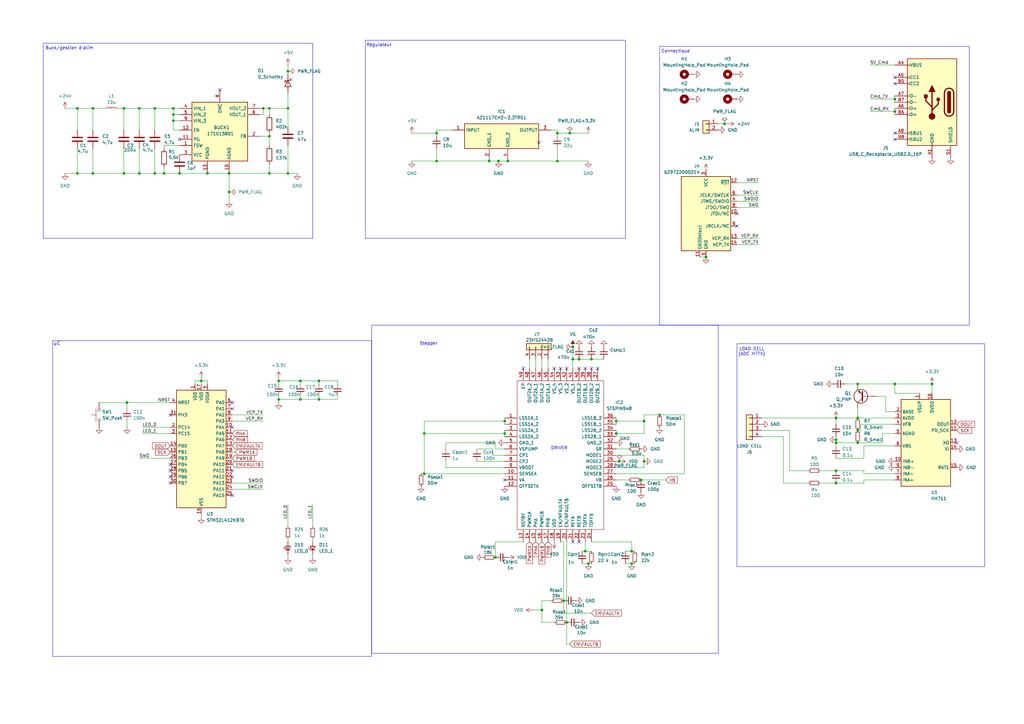
<source format=kicad_sch>
(kicad_sch (version 20250114) (generator "eeschema") (generator_version "9.0")
  (paper "A3")
  (lib_symbols
    (symbol "Analog_ADC:HX711"
      (property "Reference" "U1" (at 2.1433 -20.32 0))
      (property "Value" "HX711" (at 2.1433 -22.86 0))
      (symbol "HX711_1_1"
        (pin passive line (at -12.7 12.7 0) (length 2.54) (name "BASE") (number "2"))
        (pin power_in line (at -12.7 10.16 0) (length 2.54) (name "AVDD") (number "3"))
        (pin input line (at -12.7 7.62 0) (length 2.54) (name "VFB") (number "4"))
        (pin power_in line (at -12.7 3.81 0) (length 2.54) (name "AGND") (number "5"))
        (pin passive line (at -12.7 -1.27 0) (length 2.54) (name "VBG") (number "6"))
        (pin input line (at -12.7 -7.62 0) (length 2.54) (name "INB+") (number "10"))
        (pin input line (at -12.7 -10.16 0) (length 2.54) (name "INB-") (number "9"))
        (pin input line (at -12.7 -12.7 0) (length 2.54) (name "INA-") (number "7"))
        (pin input line (at -12.7 -15.24 0) (length 2.54) (name "INA+") (number "8"))
        (pin power_in line (at -2.54 20.32 270) (length 2.54) (name "VSUP") (number "1"))
        (pin power_in line (at 2.54 20.32 270) (length 2.54) (name "DVDD") (number "16"))
        (pin output line (at 12.7 7.62 180) (length 2.54) (name "DOUT") (number "12"))
        (pin input line (at 12.7 5.08 180) (length 2.54) (name "PD_SCK") (number "11"))
        (pin passive line (at 12.7 0 180) (length 2.54) (name "XO") (number "13"))
        (pin passive line (at 12.7 -2.54 180) (length 2.54) (name "XI") (number "14"))
        (pin input line (at 12.7 -10.16 180) (length 2.54) (name "RATE") (number "15"))
      )
    )
    (symbol "Connector:Conn_ST_STDC14"
      (property "Reference" "J" (at -8.89 16.51 0))
      (property "Value" "Conn_ST_STDC14" (at 17.78 16.51 0))
      (symbol "Conn_ST_STDC14_1_1"
        (pin no_connect line (at -10.16 5.08 0) (length 2.54) (hide yes) (name "NC") (number "1"))
        (pin no_connect line (at -10.16 2.54 0) (length 2.54) (hide yes) (name "NC") (number "2"))
        (pin passive line (at -2.54 -17.78 90) (length 2.54) (name "GNDDetect") (number "11"))
        (pin power_in line (at 0 17.78 270) (length 2.54) (name "VCC") (number "3"))
        (pin power_in line (at 0 -17.78 90) (length 2.54) (name "GND") (number "5"))
        (pin passive line (at 0 -17.78 90) (length 2.54) (hide yes) (name "GND") (number "7"))
        (pin open_collector line (at 12.7 12.7 180) (length 2.54) (name "~{RST}") (number "12"))
        (pin output line (at 12.7 7.62 180) (length 2.54) (name "JCLK/SWCLK") (number "6"))
        (pin bidirectional line (at 12.7 5.08 180) (length 2.54) (name "JTMS/SWDIO") (number "4"))
        (pin input line (at 12.7 2.54 180) (length 2.54) (name "JTDO/SWO") (number "8"))
        (pin output line (at 12.7 0 180) (length 2.54) (name "JTDI/NC") (number "10"))
        (pin input line (at 12.7 -5.08 180) (length 2.54) (name "JRCLK/NC") (number "9"))
        (pin output line (at 12.7 -10.16 180) (length 2.54) (name "VCP_RX") (number "13"))
        (pin input line (at 12.7 -12.7 180) (length 2.54) (name "VCP_TX") (number "14"))
      )
    )
    (symbol "Connector:USB_C_Receptacle_USB2.0_16P" (pin_names (offset 1.016))
      (property "Reference" "J" (at 0 22.225 0))
      (property "Value" "USB_C_Receptacle_USB2.0_16P" (at 0 19.685 0))
      (symbol "USB_C_Receptacle_USB2.0_16P_1_1"
        (pin passive line (at -7.62 -22.86 90) (length 5.08) (name "SHIELD") (number "S1"))
        (pin passive line (at 0 -22.86 90) (length 5.08) (name "GND") (number "A1"))
        (pin passive line (at 0 -22.86 90) (length 5.08) (hide yes) (name "GND") (number "A12"))
        (pin passive line (at 0 -22.86 90) (length 5.08) (hide yes) (name "GND") (number "B1"))
        (pin passive line (at 0 -22.86 90) (length 5.08) (hide yes) (name "GND") (number "B12"))
        (pin passive line (at 15.24 15.24 180) (length 5.08) (name "VBUS") (number "A4"))
        (pin passive line (at 15.24 15.24 180) (length 5.08) (hide yes) (name "VBUS") (number "A9"))
        (pin passive line (at 15.24 15.24 180) (length 5.08) (hide yes) (name "VBUS") (number "B4"))
        (pin passive line (at 15.24 15.24 180) (length 5.08) (hide yes) (name "VBUS") (number "B9"))
        (pin bidirectional line (at 15.24 10.16 180) (length 5.08) (name "CC1") (number "A5"))
        (pin bidirectional line (at 15.24 7.62 180) (length 5.08) (name "CC2") (number "B5"))
        (pin bidirectional line (at 15.24 2.54 180) (length 5.08) (name "D-") (number "A7"))
        (pin bidirectional line (at 15.24 0 180) (length 5.08) (name "D-") (number "B7"))
        (pin bidirectional line (at 15.24 -2.54 180) (length 5.08) (name "D+") (number "A6"))
        (pin bidirectional line (at 15.24 -5.08 180) (length 5.08) (name "D+") (number "B6"))
        (pin bidirectional line (at 15.24 -12.7 180) (length 5.08) (name "SBU1") (number "A8"))
        (pin bidirectional line (at 15.24 -15.24 180) (length 5.08) (name "SBU2") (number "B8"))
      )
    )
    (symbol "Connector_Generic:Conn_01x02" (pin_names (offset 1.016) (hide yes))
      (property "Reference" "J" (at 0 2.54 0))
      (property "Value" "Conn_01x02" (at 0 -5.08 0))
      (symbol "Conn_01x02_1_1"
        (pin passive line (at -5.08 0 0) (length 3.81) (name "Pin_1") (number "1"))
        (pin passive line (at -5.08 -2.54 0) (length 3.81) (name "Pin_2") (number "2"))
      )
    )
    (symbol "Connector_Generic:Conn_01x04" (pin_names (offset 1.016) (hide yes))
      (property "Reference" "J" (at 0 5.08 0))
      (property "Value" "Conn_01x04" (at 0 -7.62 0))
      (symbol "Conn_01x04_1_1"
        (pin passive line (at -5.08 2.54 0) (length 3.81) (name "Pin_1") (number "1"))
        (pin passive line (at -5.08 0 0) (length 3.81) (name "Pin_2") (number "2"))
        (pin passive line (at -5.08 -2.54 0) (length 3.81) (name "Pin_3") (number "3"))
        (pin passive line (at -5.08 -5.08 0) (length 3.81) (name "Pin_4") (number "4"))
      )
    )
    (symbol "Device:C" (pin_numbers (hide yes)) (pin_names (offset 0.254))
      (property "Reference" "C" (at 0.635 2.54 0))
      (property "Value" "C" (at 0.635 -2.54 0))
      (symbol "C_1_1"
        (pin passive line (at 0 3.81 270) (length 2.794) (name "~") (number "1"))
        (pin passive line (at 0 -3.81 90) (length 2.794) (name "~") (number "2"))
      )
    )
    (symbol "Device:C_Small" (pin_numbers (hide yes)) (pin_names (offset 0.254) (hide yes))
      (property "Reference" "C" (at 0.254 1.778 0))
      (property "Value" "C_Small" (at 0.254 -2.032 0))
      (symbol "C_Small_1_1"
        (pin passive line (at 0 2.54 270) (length 2.032) (name "~") (number "1"))
        (pin passive line (at 0 -2.54 90) (length 2.032) (name "~") (number "2"))
      )
    )
    (symbol "Device:D_Schottky" (pin_numbers (hide yes)) (pin_names (offset 1.016) (hide yes))
      (property "Reference" "D" (at 0 2.54 0))
      (property "Value" "D_Schottky" (at 0 -2.54 0))
      (symbol "D_Schottky_1_1"
        (pin passive line (at -3.81 0 0) (length 2.54) (name "K") (number "1"))
        (pin passive line (at 3.81 0 180) (length 2.54) (name "A") (number "2"))
      )
    )
    (symbol "Device:LED_Small" (pin_numbers (hide yes)) (pin_names (offset 0.254) (hide yes))
      (property "Reference" "D" (at -1.27 3.175 0))
      (property "Value" "LED_Small" (at -4.445 -2.54 0))
      (symbol "LED_Small_1_1"
        (pin passive line (at -2.54 0 0) (length 1.778) (name "K") (number "1"))
        (pin passive line (at 2.54 0 180) (length 1.778) (name "A") (number "2"))
      )
    )
    (symbol "Device:L_Small" (pin_numbers (hide yes)) (pin_names (offset 0.254) (hide yes))
      (property "Reference" "L" (at 0.762 1.016 0))
      (property "Value" "L_Small" (at 0.762 -1.016 0))
      (symbol "L_Small_1_1"
        (pin passive line (at 0 2.54 270) (length 0.508) (name "~") (number "1"))
        (pin passive line (at 0 -2.54 90) (length 0.508) (name "~") (number "2"))
      )
    )
    (symbol "Device:Q_PNP" (pin_numbers (hide yes)) (pin_names (offset 0) (hide yes))
      (property "Reference" "Q" (at 5.08 1.27 0))
      (property "Value" "Q_PNP" (at 5.08 -1.27 0))
      (symbol "Q_PNP_1_1"
        (pin input line (at -5.08 0 0) (length 2.54) (name "B") (number "B"))
        (pin passive line (at 2.54 5.08 270) (length 2.54) (name "C") (number "C"))
        (pin passive line (at 2.54 -5.08 90) (length 2.54) (name "E") (number "E"))
      )
    )
    (symbol "Device:R" (pin_numbers (hide yes)) (pin_names (offset 0))
      (property "Reference" "R" (at 2.032 0 90))
      (property "Value" "R" (at 0 0 90))
      (symbol "R_1_1"
        (pin passive line (at 0 3.81 270) (length 1.27) (name "~") (number "1"))
        (pin passive line (at 0 -3.81 90) (length 1.27) (name "~") (number "2"))
      )
    )
    (symbol "Device:R_Small" (pin_numbers (hide yes)) (pin_names (offset 0.254) (hide yes))
      (property "Reference" "R" (at 0.762 0.508 0))
      (property "Value" "R_Small" (at 0.762 -1.016 0))
      (symbol "R_Small_1_1"
        (pin passive line (at 0 2.54 270) (length 0.762) (name "~") (number "1"))
        (pin passive line (at 0 -2.54 90) (length 0.762) (name "~") (number "2"))
      )
    )
    (symbol "MCU_ST_STM32L4:STM32L412KBTx"
      (property "Reference" "U" (at -10.16 26.67 0))
      (property "Value" "STM32L412KBTx" (at 5.08 26.67 0))
      (symbol "STM32L412KBTx_1_1"
        (pin input line (at -12.7 20.32 0) (length 2.54) (name "NRST") (number "4"))
        (pin bidirectional line (at -12.7 15.24 0) (length 2.54) (name "PH3") (number "31"))
        (pin bidirectional line (at -12.7 10.16 0) (length 2.54) (name "PC14") (number "2"))
        (pin bidirectional line (at -12.7 7.62 0) (length 2.54) (name "PC15") (number "3"))
        (pin bidirectional line (at -12.7 2.54 0) (length 2.54) (name "PB0") (number "14"))
        (pin bidirectional line (at -12.7 0 0) (length 2.54) (name "PB1") (number "15"))
        (pin bidirectional line (at -12.7 -2.54 0) (length 2.54) (name "PB3") (number "26"))
        (pin bidirectional line (at -12.7 -5.08 0) (length 2.54) (name "PB4") (number "27"))
        (pin bidirectional line (at -12.7 -7.62 0) (length 2.54) (name "PB5") (number "28"))
        (pin bidirectional line (at -12.7 -10.16 0) (length 2.54) (name "PB6") (number "29"))
        (pin bidirectional line (at -12.7 -12.7 0) (length 2.54) (name "PB7") (number "30"))
        (pin power_in line (at -2.54 27.94 270) (length 2.54) (name "VDD") (number "1"))
        (pin power_in line (at 0 27.94 270) (length 2.54) (name "VDD") (number "17"))
        (pin power_in line (at 0 -25.4 90) (length 2.54) (name "VSS") (number "16"))
        (pin passive line (at 0 -25.4 90) (length 2.54) (hide yes) (name "VSS") (number "32"))
        (pin power_in line (at 2.54 27.94 270) (length 2.54) (name "VDDA") (number "5"))
        (pin bidirectional line (at 12.7 20.32 180) (length 2.54) (name "PA0") (number "6"))
        (pin bidirectional line (at 12.7 17.78 180) (length 2.54) (name "PA1") (number "7"))
        (pin bidirectional line (at 12.7 15.24 180) (length 2.54) (name "PA2") (number "8"))
        (pin bidirectional line (at 12.7 12.7 180) (length 2.54) (name "PA3") (number "9"))
        (pin bidirectional line (at 12.7 10.16 180) (length 2.54) (name "PA4") (number "10"))
        (pin bidirectional line (at 12.7 7.62 180) (length 2.54) (name "PA5") (number "11"))
        (pin bidirectional line (at 12.7 5.08 180) (length 2.54) (name "PA6") (number "12"))
        (pin bidirectional line (at 12.7 2.54 180) (length 2.54) (name "PA7") (number "13"))
        (pin bidirectional line (at 12.7 0 180) (length 2.54) (name "PA8") (number "18"))
        (pin bidirectional line (at 12.7 -2.54 180) (length 2.54) (name "PA9") (number "19"))
        (pin bidirectional line (at 12.7 -5.08 180) (length 2.54) (name "PA10") (number "20"))
        (pin bidirectional line (at 12.7 -7.62 180) (length 2.54) (name "PA11") (number "21"))
        (pin bidirectional line (at 12.7 -10.16 180) (length 2.54) (name "PA12") (number "22"))
        (pin bidirectional line (at 12.7 -12.7 180) (length 2.54) (name "PA13") (number "23"))
        (pin bidirectional line (at 12.7 -15.24 180) (length 2.54) (name "PA14") (number "24"))
        (pin bidirectional line (at 12.7 -17.78 180) (length 2.54) (name "PA15") (number "25"))
      )
    )
    (symbol "Mechanical:MountingHole_Pad" (pin_numbers (hide yes)) (pin_names (offset 1.016) (hide yes)) (exclude_from_sim yes) (in_bom no)
      (property "Reference" "H" (at 0 6.35 0))
      (property "Value" "MountingHole_Pad" (at 0 4.445 0))
      (symbol "MountingHole_Pad_1_1"
        (pin input line (at 0 -2.54 90) (length 2.54) (name "1") (number "1"))
      )
    )
    (symbol "STSPIN948:STSPIN948" (pin_names (offset 0.762))
      (property "Reference" "IC" (at 41.91 20.32 0))
      (property "Value" "STSPIN948" (at 41.91 17.78 0))
      (symbol "STSPIN948_0_0"
        (pin passive line (at 0 0 0) (length 5.08) (name "LSS1A_1") (number "1"))
        (pin passive line (at 0 -2.54 0) (length 5.08) (name "LSS1A_2") (number "2"))
        (pin passive line (at 0 -5.08 0) (length 5.08) (name "LSS2A_1") (number "3"))
        (pin passive line (at 0 -7.62 0) (length 5.08) (name "LSS2A_2") (number "4"))
        (pin passive line (at 0 -10.16 0) (length 5.08) (name "GND_1") (number "5"))
        (pin passive line (at 0 -12.7 0) (length 5.08) (name "VSPUMP") (number "6"))
        (pin passive line (at 0 -15.24 0) (length 5.08) (name "CP1") (number "7"))
        (pin passive line (at 0 -17.78 0) (length 5.08) (name "CP2") (number "8"))
        (pin passive line (at 0 -20.32 0) (length 5.08) (name "VBOOT") (number "9"))
        (pin passive line (at 0 -22.86 0) (length 5.08) (name "SENSEA") (number "10"))
        (pin passive line (at 0 -25.4 0) (length 5.08) (name "VA") (number "11"))
        (pin passive line (at 0 -27.94 0) (length 5.08) (name "OFFSETA") (number "12"))
        (pin passive line (at 7.62 20.32 270) (length 5.08) (name "EP") (number "49"))
        (pin passive line (at 7.62 -50.8 90) (length 5.08) (name "NSTBY") (number "13"))
        (pin passive line (at 10.16 20.32 270) (length 5.08) (name "OUT2A_2") (number "48"))
        (pin passive line (at 10.16 -50.8 90) (length 5.08) (name "PWM1A") (number "14"))
        (pin passive line (at 12.7 20.32 270) (length 5.08) (name "OUT2A_1") (number "47"))
        (pin passive line (at 12.7 -50.8 90) (length 5.08) (name "PHA") (number "15"))
        (pin passive line (at 15.24 20.32 270) (length 5.08) (name "OUT1A_2") (number "46"))
        (pin passive line (at 15.24 -50.8 90) (length 5.08) (name "PWM1B") (number "16"))
        (pin passive line (at 17.78 20.32 270) (length 5.08) (name "OUT1A_1") (number "45"))
        (pin passive line (at 17.78 -50.8 90) (length 5.08) (name "PHB") (number "17"))
        (pin passive line (at 20.32 20.32 270) (length 5.08) (name "VS_4") (number "44"))
        (pin passive line (at 20.32 -50.8 90) (length 5.08) (name "VDD") (number "18"))
        (pin passive line (at 22.86 20.32 270) (length 5.08) (name "VS_3") (number "43"))
        (pin passive line (at 22.86 -50.8 90) (length 5.08) (name "EN/NFAULTA") (number "19"))
        (pin passive line (at 25.4 20.32 270) (length 5.08) (name "VS_2") (number "42"))
        (pin passive line (at 25.4 -50.8 90) (length 5.08) (name "EN/NFAULTB") (number "20"))
        (pin passive line (at 27.94 20.32 270) (length 5.08) (name "VS_1") (number "41"))
        (pin passive line (at 27.94 -50.8 90) (length 5.08) (name "REFA") (number "21"))
        (pin passive line (at 30.48 20.32 270) (length 5.08) (name "OUT1B_2") (number "40"))
        (pin passive line (at 30.48 -50.8 90) (length 5.08) (name "REFB") (number "22"))
        (pin passive line (at 33.02 20.32 270) (length 5.08) (name "OUT1B_1") (number "39"))
        (pin passive line (at 33.02 -50.8 90) (length 5.08) (name "TOFFA") (number "23"))
        (pin passive line (at 35.56 20.32 270) (length 5.08) (name "OUT2B_2") (number "38"))
        (pin passive line (at 35.56 -50.8 90) (length 5.08) (name "TOFFB") (number "24"))
        (pin passive line (at 38.1 20.32 270) (length 5.08) (name "OUT2B_1") (number "37"))
        (pin passive line (at 45.72 0 180) (length 5.08) (name "LSS1B_2") (number "36"))
        (pin passive line (at 45.72 -2.54 180) (length 5.08) (name "LSS1B_1") (number "35"))
        (pin passive line (at 45.72 -5.08 180) (length 5.08) (name "LSS2B_2") (number "34"))
        (pin passive line (at 45.72 -7.62 180) (length 5.08) (name "LSS2B_1") (number "33"))
        (pin passive line (at 45.72 -10.16 180) (length 5.08) (name "GND_2") (number "32"))
        (pin passive line (at 45.72 -12.7 180) (length 5.08) (name "SR") (number "31"))
        (pin passive line (at 45.72 -15.24 180) (length 5.08) (name "MODE1") (number "30"))
        (pin passive line (at 45.72 -17.78 180) (length 5.08) (name "MODE2") (number "29"))
        (pin passive line (at 45.72 -20.32 180) (length 5.08) (name "MODE3") (number "28"))
        (pin passive line (at 45.72 -22.86 180) (length 5.08) (name "SENSEB") (number "27"))
        (pin passive line (at 45.72 -25.4 180) (length 5.08) (name "VB") (number "26"))
        (pin passive line (at 45.72 -27.94 180) (length 5.08) (name "OFFSETB") (number "25"))
      )
    )
    (symbol "SamacSys_Parts:171013801"
      (property "Reference" "PS1" (at 17.018 -7.874 0))
      (property "Value" "171013801" (at 17.526 -9.906 0))
      (symbol "171013801_1_1"
        (pin passive line (at 0 0 0) (length 5.08) (name "VIN_1") (number "4"))
        (pin passive line (at 0 -2.54 0) (length 5.08) (name "VIN_2") (number "5"))
        (pin passive line (at 0 -5.08 0) (length 5.08) (name "VIN_3") (number "9"))
        (pin passive line (at 0 -8.89 0) (length 5.08) (name "EN") (number "12"))
        (pin passive line (at 0 -12.7 0) (length 5.08) (name "PG") (number "11"))
        (pin passive line (at 0 -15.24 0) (length 5.08) (name "FSW") (number "1"))
        (pin passive line (at 0 -19.05 0) (length 5.08) (name "VCC") (number "3"))
        (pin passive line (at 11.43 -26.67 90) (length 5.08) (name "PGND") (number "13"))
        (pin passive line (at 16.51 7.62 270) (length 5.08) (name "DNC") (number "8"))
        (pin passive line (at 20.32 -26.67 90) (length 5.08) (name "AGND") (number "10"))
        (pin passive line (at 33.02 0 180) (length 5.08) (name "VOUT_2") (number "7"))
        (pin passive line (at 33.02 -2.54 180) (length 5.08) (name "VOUT_1") (number "6"))
        (pin passive line (at 33.02 -11.43 180) (length 5.08) (name "FB") (number "2"))
      )
    )
    (symbol "SamacSys_Parts:AZ1117CH2-3.3TRG1"
      (property "Reference" "IC1" (at 20.32 7.62 0))
      (property "Value" "AZ1117CH2-3.3TRG1" (at 20.32 5.08 0))
      (symbol "AZ1117CH2-3.3TRG1_1_1"
        (pin passive line (at 0 0 0) (length 5.08) (name "INPUT") (number "1"))
        (pin passive line (at 15.24 -12.7 90) (length 5.08) (name "GND_1") (number "2"))
        (pin passive line (at 22.86 -12.7 90) (length 5.08) (name "GND_2") (number "4"))
        (pin passive line (at 40.64 0 180) (length 5.08) (name "OUTPUT") (number "3"))
      )
    )
    (symbol "Switch:SW_Push" (pin_numbers (hide yes)) (pin_names (offset 1.016) (hide yes))
      (property "Reference" "SW" (at 1.27 2.54 0))
      (property "Value" "SW_Push" (at 0 -1.524 0))
      (symbol "SW_Push_0_1"
        (pin passive line (at -5.08 0 0) (length 2.54) (name "1") (number "1"))
        (pin passive line (at 5.08 0 180) (length 2.54) (name "2") (number "2"))
      )
    )
    (symbol "power:+24V" (power) (pin_numbers (hide yes)) (pin_names (offset 0) (hide yes))
      (property "Value" "+24V" (at 0 3.556 0))
      (symbol "+24V_1_1"
        (pin power_in line (at 0 0 90) (length 0) (name "~") (number "1"))
      )
    )
    (symbol "power:+3.3V" (power) (pin_numbers (hide yes)) (pin_names (offset 0) (hide yes))
      (property "Value" "+3.3V" (at 0 3.556 0))
      (symbol "+3.3V_1_1"
        (pin power_in line (at 0 0 90) (length 0) (name "~") (number "1"))
      )
    )
    (symbol "power:+5V" (power) (pin_numbers (hide yes)) (pin_names (offset 0) (hide yes))
      (property "Value" "+5V" (at 0 3.556 0))
      (symbol "+5V_1_1"
        (pin power_in line (at 0 0 90) (length 0) (name "~") (number "1"))
      )
    )
    (symbol "power:GND" (power) (pin_numbers (hide yes)) (pin_names (offset 0) (hide yes))
      (property "Value" "GND" (at 0 -3.81 0))
      (symbol "GND_1_1"
        (pin power_in line (at 0 0 270) (length 0) (name "~") (number "1"))
      )
    )
    (symbol "power:PWR_FLAG" (power) (pin_numbers (hide yes)) (pin_names (offset 0) (hide yes))
      (property "Value" "PWR_FLAG" (at 0 3.81 0))
      (symbol "PWR_FLAG_0_0"
        (pin power_out line (at 0 0 90) (length 0) (name "~") (number "1"))
      )
    )
    (symbol "power:VDD" (power) (pin_numbers (hide yes)) (pin_names (offset 0) (hide yes))
      (property "Value" "VDD" (at 0 3.556 0))
      (symbol "VDD_1_1"
        (pin power_in line (at 0 0 90) (length 0) (name "~") (number "1"))
      )
    )
    (symbol "power:VS" (power) (pin_numbers (hide yes)) (pin_names (offset 0) (hide yes))
      (property "Value" "VS" (at 0 3.556 0))
      (symbol "VS_1_1"
        (pin power_in line (at 0 0 90) (length 0) (name "~") (number "1"))
      )
    )
  )
  (rectangle (start 149.86 16.51) (end 256.54 97.79))
  (rectangle (start 21.59 139.7) (end 152.4 269.24))
  (rectangle (start 17.78 17.78) (end 128.27 97.79))
  (rectangle (start 302.26 140.97) (end 403.86 232.41))
  (rectangle (start 270.51 19.05) (end 397.51 133.35))
  (rectangle (start 152.4 133.35) (end 294.64 267.97))
  (text "LOAD CELL\n(ADC H7TX)\n" (at 308.356 144.272 0) (effects (font (size 1.27 1.27))))
  (text "Buck/gestion d'alim\n" (at 28.448 19.812 0) (effects (font (size 1.27 1.27))))
  (text "Régulateur" (at 155.448 18.542 0) (effects (font (size 1.27 1.27))))
  (text "Stepper" (at 175.768 140.97 0) (effects (font (size 1.27 1.27))))
  (text "DRIVER\n" (at 229.362 183.896 0) (effects (font (size 1.27 1.27))))
  (text "µC\n" (at 23.368 140.97 0) (effects (font (size 1.27 1.27))))
  (text "Connectique\n" (at 277.114 21.082 0) (effects (font (size 1.27 1.27))))
  (junction (at 173.99 177.8))
  (junction (at 207.01 172.72))
  (junction (at 297.18 50.8))
  (junction (at 93.98 78.74))
  (junction (at 264.16 172.72))
  (junction (at 231.14 246.38))
  (junction (at 179.07 66.04))
  (junction (at 114.3 156.21))
  (junction (at 63.5 71.12))
  (junction (at 57.15 44.45))
  (junction (at 367.03 157.48))
  (junction (at 82.55 156.21))
  (junction (at 110.49 55.88))
  (junction (at 240.03 226.06))
  (junction (at 222.25 250.19))
  (junction (at 264.16 189.23))
  (junction (at 382.27 157.48))
  (junction (at 254 189.23))
  (junction (at 342.9 180.34))
  (junction (at 73.66 71.12))
  (junction (at 85.09 71.12))
  (junction (at 234.95 147.32))
  (junction (at 118.11 71.12))
  (junction (at 233.68 54.61))
  (junction (at 367.03 45.72))
  (junction (at 234.95 142.24))
  (junction (at 342.9 198.12))
  (junction (at 71.12 44.45))
  (junction (at 31.75 44.45))
  (junction (at 38.1 44.45))
  (junction (at 259.08 231.14))
  (junction (at 123.19 156.21))
  (junction (at 351.79 157.48))
  (junction (at 351.79 176.53))
  (junction (at 123.19 163.83))
  (junction (at 208.28 66.04))
  (junction (at 351.79 171.45))
  (junction (at 57.15 71.12))
  (junction (at 252.73 172.72))
  (junction (at 367.03 40.64))
  (junction (at 200.66 66.04))
  (junction (at 342.9 171.45))
  (junction (at 63.5 44.45))
  (junction (at 228.6 66.04))
  (junction (at 232.41 255.27))
  (junction (at 342.9 193.04))
  (junction (at 93.98 71.12))
  (junction (at 114.3 163.83))
  (junction (at 50.8 71.12))
  (junction (at 71.12 49.53))
  (junction (at 110.49 71.12))
  (junction (at 259.08 226.06))
  (junction (at 52.07 165.1))
  (junction (at 262.89 196.85))
  (junction (at 118.11 29.21))
  (junction (at 351.79 181.61))
  (junction (at 342.9 181.61))
  (junction (at 242.57 147.32))
  (junction (at 270.51 170.18))
  (junction (at 107.95 44.45))
  (junction (at 130.81 156.21))
  (junction (at 38.1 71.12))
  (junction (at 228.6 54.61))
  (junction (at 289.56 105.41))
  (junction (at 237.49 147.32))
  (junction (at 207.01 177.8))
  (junction (at 241.3 231.14))
  (junction (at 67.31 71.12))
  (junction (at 71.12 46.99))
  (junction (at 173.99 194.31))
  (junction (at 118.11 44.45))
  (junction (at 252.73 177.8))
  (junction (at 31.75 71.12))
  (junction (at 130.81 163.83))
  (junction (at 50.8 44.45))
  (junction (at 179.07 54.61))
  (junction (at 110.49 44.45))
  (junction (at 203.2 228.6))
  (junction (at 204.47 66.04))
  (no_connect (at 227.33 151.13))
  (no_connect (at 90.17 36.83))
  (no_connect (at 95.25 167.64))
  (no_connect (at 240.03 151.13))
  (no_connect (at 302.26 92.71))
  (no_connect (at 232.41 151.13))
  (no_connect (at 237.49 151.13))
  (no_connect (at 95.25 203.2))
  (no_connect (at 367.03 57.15))
  (no_connect (at 69.85 170.18))
  (no_connect (at 245.11 151.13))
  (no_connect (at 207.01 196.85))
  (no_connect (at 95.25 193.04))
  (no_connect (at 229.87 151.13))
  (no_connect (at 234.95 222.25))
  (no_connect (at 302.26 87.63))
  (no_connect (at 69.85 195.58))
  (no_connect (at 69.85 190.5))
  (no_connect (at 214.63 151.13))
  (no_connect (at 242.57 151.13))
  (no_connect (at 392.43 181.61))
  (no_connect (at 220.98 58.42))
  (no_connect (at 367.03 34.29))
  (no_connect (at 69.85 193.04))
  (no_connect (at 237.49 222.25))
  (no_connect (at 73.66 57.15))
  (no_connect (at 69.85 198.12))
  (no_connect (at 367.03 54.61))
  (no_connect (at 367.03 31.75))
  (no_connect (at 95.25 165.1))
  (no_connect (at 95.25 195.58))
  (no_connect (at 95.25 175.26))
  (wire (pts (xy 71.12 49.53) (xy 73.66 49.53)))
  (wire (pts (xy 80.01 156.21) (xy 80.01 157.48)))
  (wire (pts (xy 302.26 74.93) (xy 311.15 74.93)))
  (wire (pts (xy 114.3 165.1) (xy 114.3 163.83)))
  (wire (pts (xy 107.95 44.45) (xy 110.49 44.45)))
  (wire (pts (xy 118.11 38.1) (xy 118.11 44.45)))
  (wire (pts (xy 252.73 172.72) (xy 252.73 173.99)))
  (wire (pts (xy 321.31 198.12) (xy 331.47 198.12)))
  (wire (pts (xy 256.54 226.06) (xy 259.08 226.06)))
  (wire (pts (xy 57.15 44.45) (xy 63.5 44.45)))
  (wire (pts (xy 226.06 53.34) (xy 228.6 53.34)))
  (wire (pts (xy 179.07 66.04) (xy 200.66 66.04)))
  (wire (pts (xy 179.07 54.61) (xy 179.07 55.88)))
  (wire (pts (xy 207.01 171.45) (xy 207.01 172.72)))
  (wire (pts (xy 107.95 46.99) (xy 107.95 44.45)))
  (wire (pts (xy 203.2 181.61) (xy 203.2 184.15)))
  (wire (pts (xy 321.31 179.07) (xy 321.31 198.12)))
  (wire (pts (xy 106.68 55.88) (xy 110.49 55.88)))
  (wire (pts (xy 280.67 170.18) (xy 270.51 170.18)))
  (wire (pts (xy 367.03 196.85) (xy 354.33 196.85)))
  (wire (pts (xy 259.08 231.14) (xy 260.35 231.14)))
  (wire (pts (xy 82.55 156.21) (xy 82.55 157.48)))
  (wire (pts (xy 342.9 181.61) (xy 351.79 181.61)))
  (wire (pts (xy 195.58 184.15) (xy 201.93 184.15)))
  (wire (pts (xy 82.55 210.82) (xy 82.55 212.09)))
  (wire (pts (xy 264.16 186.69) (xy 264.16 189.23)))
  (wire (pts (xy 252.73 194.31) (xy 280.67 194.31)))
  (wire (pts (xy 361.95 177.8) (xy 361.95 181.61)))
  (wire (pts (xy 52.07 172.72) (xy 52.07 175.26)))
  (wire (pts (xy 63.5 60.96) (xy 63.5 71.12)))
  (wire (pts (xy 128.27 207.01) (xy 128.27 215.9)))
  (wire (pts (xy 207.01 191.77) (xy 182.88 191.77)))
  (wire (pts (xy 222.25 250.19) (xy 222.25 255.27)))
  (wire (pts (xy 85.09 156.21) (xy 82.55 156.21)))
  (wire (pts (xy 130.81 156.21) (xy 130.81 157.48)))
  (wire (pts (xy 31.75 60.96) (xy 31.75 71.12)))
  (wire (pts (xy 241.3 231.14) (xy 242.57 231.14)))
  (wire (pts (xy 138.43 157.48) (xy 138.43 156.21)))
  (wire (pts (xy 110.49 71.12) (xy 118.11 71.12)))
  (wire (pts (xy 217.17 147.32) (xy 217.17 151.13)))
  (wire (pts (xy 367.03 39.37) (xy 367.03 40.64)))
  (wire (pts (xy 26.67 71.12) (xy 31.75 71.12)))
  (wire (pts (xy 354.33 196.85) (xy 354.33 198.12)))
  (wire (pts (xy 252.73 172.72) (xy 264.16 172.72)))
  (wire (pts (xy 179.07 60.96) (xy 179.07 66.04)))
  (wire (pts (xy 138.43 162.56) (xy 138.43 163.83)))
  (wire (pts (xy 118.11 227.33) (xy 118.11 228.6)))
  (wire (pts (xy 242.57 222.25) (xy 259.08 222.25)))
  (wire (pts (xy 67.31 59.69) (xy 67.31 60.96)))
  (wire (pts (xy 280.67 194.31) (xy 280.67 170.18)))
  (wire (pts (xy 382.27 161.29) (xy 382.27 157.48)))
  (wire (pts (xy 118.11 59.69) (xy 118.11 71.12)))
  (wire (pts (xy 323.85 193.04) (xy 323.85 176.53)))
  (wire (pts (xy 257.81 184.15) (xy 252.73 184.15)))
  (wire (pts (xy 118.11 71.12) (xy 121.92 71.12)))
  (wire (pts (xy 118.11 220.98) (xy 118.11 222.25)))
  (wire (pts (xy 93.98 82.55) (xy 93.98 78.74)))
  (wire (pts (xy 228.6 60.96) (xy 228.6 66.04)))
  (wire (pts (xy 173.99 194.31) (xy 207.01 194.31)))
  (wire (pts (xy 302.26 97.79) (xy 311.15 97.79)))
  (wire (pts (xy 351.79 157.48) (xy 346.71 157.48)))
  (wire (pts (xy 40.64 165.1) (xy 52.07 165.1)))
  (wire (pts (xy 259.08 222.25) (xy 259.08 226.06)))
  (wire (pts (xy 71.12 53.34) (xy 71.12 49.53)))
  (wire (pts (xy 195.58 189.23) (xy 207.01 189.23)))
  (wire (pts (xy 252.73 177.8) (xy 252.73 179.07)))
  (wire (pts (xy 130.81 163.83) (xy 130.81 162.56)))
  (wire (pts (xy 229.87 222.25) (xy 231.14 222.25)))
  (wire (pts (xy 354.33 193.04) (xy 342.9 193.04)))
  (wire (pts (xy 50.8 60.96) (xy 50.8 71.12)))
  (wire (pts (xy 38.1 60.96) (xy 38.1 71.12)))
  (wire (pts (xy 342.9 181.61) (xy 342.9 182.88)))
  (wire (pts (xy 377.19 161.29) (xy 367.03 161.29)))
  (wire (pts (xy 200.66 66.04) (xy 204.47 66.04)))
  (wire (pts (xy 114.3 156.21) (xy 114.3 157.48)))
  (wire (pts (xy 50.8 44.45) (xy 57.15 44.45)))
  (wire (pts (xy 203.2 222.25) (xy 214.63 222.25)))
  (wire (pts (xy 118.11 44.45) (xy 118.11 52.07)))
  (wire (pts (xy 93.98 71.12) (xy 110.49 71.12)))
  (wire (pts (xy 118.11 29.21) (xy 118.11 30.48)))
  (wire (pts (xy 93.98 78.74) (xy 93.98 71.12)))
  (wire (pts (xy 123.19 163.83) (xy 114.3 163.83)))
  (wire (pts (xy 38.1 44.45) (xy 38.1 53.34)))
  (wire (pts (xy 52.07 165.1) (xy 69.85 165.1)))
  (wire (pts (xy 252.73 177.8) (xy 264.16 177.8)))
  (wire (pts (xy 273.05 196.85) (xy 262.89 196.85)))
  (wire (pts (xy 228.6 66.04) (xy 241.3 66.04)))
  (wire (pts (xy 252.73 186.69) (xy 264.16 186.69)))
  (wire (pts (xy 353.06 176.53) (xy 351.79 176.53)))
  (wire (pts (xy 252.73 171.45) (xy 252.73 172.72)))
  (wire (pts (xy 182.88 184.15) (xy 182.88 181.61)))
  (wire (pts (xy 302.26 85.09) (xy 311.15 85.09)))
  (wire (pts (xy 232.41 222.25) (xy 232.41 255.27)))
  (wire (pts (xy 342.9 179.07) (xy 342.9 180.34)))
  (wire (pts (xy 264.16 191.77) (xy 252.73 191.77)))
  (wire (pts (xy 50.8 71.12) (xy 57.15 71.12)))
  (wire (pts (xy 234.95 147.32) (xy 237.49 147.32)))
  (wire (pts (xy 254 189.23) (xy 252.73 189.23)))
  (wire (pts (xy 118.11 207.01) (xy 118.11 215.9)))
  (wire (pts (xy 222.25 147.32) (xy 222.25 151.13)))
  (wire (pts (xy 228.6 54.61) (xy 228.6 55.88)))
  (wire (pts (xy 185.42 53.34) (xy 179.07 53.34)))
  (wire (pts (xy 361.95 181.61) (xy 351.79 181.61)))
  (wire (pts (xy 82.55 154.94) (xy 82.55 156.21)))
  (wire (pts (xy 257.81 196.85) (xy 252.73 196.85)))
  (wire (pts (xy 231.14 246.38) (xy 231.14 222.25)))
  (wire (pts (xy 353.06 173.99) (xy 353.06 176.53)))
  (wire (pts (xy 130.81 156.21) (xy 138.43 156.21)))
  (wire (pts (xy 302.26 82.55) (xy 311.15 82.55)))
  (wire (pts (xy 118.11 26.67) (xy 118.11 29.21)))
  (wire (pts (xy 382.27 157.48) (xy 367.03 157.48)))
  (wire (pts (xy 231.14 251.46) (xy 231.14 246.38)))
  (wire (pts (xy 207.01 176.53) (xy 207.01 177.8)))
  (wire (pts (xy 354.33 182.88) (xy 354.33 187.96)))
  (wire (pts (xy 71.12 46.99) (xy 73.66 46.99)))
  (wire (pts (xy 73.66 71.12) (xy 85.09 71.12)))
  (wire (pts (xy 168.91 54.61) (xy 179.07 54.61)))
  (wire (pts (xy 73.66 44.45) (xy 71.12 44.45)))
  (wire (pts (xy 252.73 176.53) (xy 252.73 177.8)))
  (wire (pts (xy 204.47 66.04) (xy 208.28 66.04)))
  (wire (pts (xy 312.42 179.07) (xy 321.31 179.07)))
  (wire (pts (xy 363.22 168.91) (xy 367.03 168.91)))
  (wire (pts (xy 351.79 167.64) (xy 351.79 171.45)))
  (wire (pts (xy 95.25 185.42) (xy 96.52 185.42)))
  (wire (pts (xy 238.76 231.14) (xy 241.3 231.14)))
  (wire (pts (xy 95.25 200.66) (xy 107.95 200.66)))
  (wire (pts (xy 237.49 147.32) (xy 242.57 147.32)))
  (wire (pts (xy 323.85 176.53) (xy 312.42 176.53)))
  (wire (pts (xy 256.54 231.14) (xy 259.08 231.14)))
  (wire (pts (xy 114.3 163.83) (xy 114.3 162.56)))
  (wire (pts (xy 367.03 40.64) (xy 367.03 41.91)))
  (wire (pts (xy 222.25 255.27) (xy 227.33 255.27)))
  (wire (pts (xy 336.55 198.12) (xy 342.9 198.12)))
  (wire (pts (xy 354.33 187.96) (xy 342.9 187.96)))
  (wire (pts (xy 367.03 45.72) (xy 367.03 46.99)))
  (wire (pts (xy 110.49 67.31) (xy 110.49 71.12)))
  (wire (pts (xy 38.1 71.12) (xy 50.8 71.12)))
  (wire (pts (xy 73.66 53.34) (xy 71.12 53.34)))
  (wire (pts (xy 222.25 246.38) (xy 222.25 250.19)))
  (wire (pts (xy 58.42 177.8) (xy 69.85 177.8)))
  (wire (pts (xy 67.31 71.12) (xy 73.66 71.12)))
  (wire (pts (xy 302.26 80.01) (xy 311.15 80.01)))
  (wire (pts (xy 123.19 156.21) (xy 114.3 156.21)))
  (wire (pts (xy 356.87 26.67) (xy 367.03 26.67)))
  (wire (pts (xy 354.33 194.31) (xy 354.33 193.04)))
  (wire (pts (xy 367.03 44.45) (xy 367.03 45.72)))
  (wire (pts (xy 367.03 161.29) (xy 367.03 157.48)))
  (wire (pts (xy 85.09 157.48) (xy 85.09 156.21)))
  (wire (pts (xy 172.72 194.31) (xy 173.99 194.31)))
  (wire (pts (xy 123.19 156.21) (xy 123.19 157.48)))
  (wire (pts (xy 173.99 177.8) (xy 207.01 177.8)))
  (wire (pts (xy 173.99 172.72) (xy 173.99 177.8)))
  (wire (pts (xy 234.95 147.32) (xy 234.95 142.24)))
  (wire (pts (xy 114.3 154.94) (xy 114.3 156.21)))
  (wire (pts (xy 228.6 53.34) (xy 228.6 54.61)))
  (wire (pts (xy 110.49 44.45) (xy 118.11 44.45)))
  (wire (pts (xy 106.68 46.99) (xy 107.95 46.99)))
  (wire (pts (xy 63.5 44.45) (xy 63.5 53.34)))
  (wire (pts (xy 57.15 71.12) (xy 63.5 71.12)))
  (wire (pts (xy 240.03 226.06) (xy 238.76 226.06)))
  (wire (pts (xy 208.28 66.04) (xy 228.6 66.04)))
  (wire (pts (xy 232.41 264.16) (xy 233.68 264.16)))
  (wire (pts (xy 182.88 181.61) (xy 203.2 181.61)))
  (wire (pts (xy 228.6 54.61) (xy 233.68 54.61)))
  (wire (pts (xy 26.67 44.45) (xy 31.75 44.45)))
  (wire (pts (xy 259.08 226.06) (xy 260.35 226.06)))
  (wire (pts (xy 123.19 163.83) (xy 130.81 163.83)))
  (wire (pts (xy 342.9 180.34) (xy 342.9 181.61)))
  (wire (pts (xy 359.41 162.56) (xy 363.22 162.56)))
  (wire (pts (xy 297.18 50.8) (xy 294.64 50.8)))
  (wire (pts (xy 218.44 250.19) (xy 222.25 250.19)))
  (wire (pts (xy 342.9 171.45) (xy 342.9 173.99)))
  (wire (pts (xy 289.56 105.41) (xy 287.02 105.41)))
  (wire (pts (xy 57.15 44.45) (xy 57.15 53.34)))
  (wire (pts (xy 224.79 147.32) (xy 224.79 151.13)))
  (wire (pts (xy 201.93 184.15) (xy 201.93 186.69)))
  (wire (pts (xy 52.07 167.64) (xy 52.07 165.1)))
  (wire (pts (xy 130.81 156.21) (xy 123.19 156.21)))
  (wire (pts (xy 203.2 184.15) (xy 207.01 184.15)))
  (wire (pts (xy 207.01 172.72) (xy 173.99 172.72)))
  (wire (pts (xy 203.2 222.25) (xy 203.2 228.6)))
  (wire (pts (xy 57.15 187.96) (xy 69.85 187.96)))
  (wire (pts (xy 31.75 44.45) (xy 38.1 44.45)))
  (wire (pts (xy 331.47 193.04) (xy 323.85 193.04)))
  (wire (pts (xy 207.01 172.72) (xy 207.01 173.99)))
  (wire (pts (xy 264.16 172.72) (xy 264.16 170.18)))
  (wire (pts (xy 95.25 172.72) (xy 107.95 172.72)))
  (wire (pts (xy 264.16 189.23) (xy 264.16 191.77)))
  (wire (pts (xy 71.12 44.45) (xy 71.12 46.99)))
  (wire (pts (xy 128.27 227.33) (xy 128.27 228.6)))
  (wire (pts (xy 226.06 246.38) (xy 222.25 246.38)))
  (wire (pts (xy 232.41 255.27) (xy 232.41 264.16)))
  (wire (pts (xy 201.93 186.69) (xy 207.01 186.69)))
  (wire (pts (xy 73.66 59.69) (xy 67.31 59.69)))
  (wire (pts (xy 123.19 163.83) (xy 123.19 162.56)))
  (wire (pts (xy 168.91 66.04) (xy 179.07 66.04)))
  (wire (pts (xy 48.26 44.45) (xy 50.8 44.45)))
  (wire (pts (xy 207.01 177.8) (xy 207.01 179.07)))
  (wire (pts (xy 242.57 147.32) (xy 247.65 147.32)))
  (wire (pts (xy 302.26 100.33) (xy 311.15 100.33)))
  (wire (pts (xy 138.43 163.83) (xy 130.81 163.83)))
  (wire (pts (xy 219.71 147.32) (xy 219.71 151.13)))
  (wire (pts (xy 182.88 191.77) (xy 182.88 189.23)))
  (wire (pts (xy 367.03 157.48) (xy 351.79 157.48)))
  (wire (pts (xy 85.09 71.12) (xy 93.98 71.12)))
  (wire (pts (xy 95.25 198.12) (xy 107.95 198.12)))
  (wire (pts (xy 312.42 171.45) (xy 342.9 171.45)))
  (wire (pts (xy 356.87 40.64) (xy 367.03 40.64)))
  (wire (pts (xy 233.68 54.61) (xy 241.3 54.61)))
  (wire (pts (xy 173.99 177.8) (xy 173.99 194.31)))
  (wire (pts (xy 367.03 194.31) (xy 354.33 194.31)))
  (wire (pts (xy 242.57 251.46) (xy 231.14 251.46)))
  (wire (pts (xy 351.79 171.45) (xy 367.03 171.45)))
  (wire (pts (xy 234.95 151.13) (xy 234.95 147.32)))
  (wire (pts (xy 128.27 220.98) (xy 128.27 222.25)))
  (wire (pts (xy 179.07 53.34) (xy 179.07 54.61)))
  (wire (pts (xy 264.16 177.8) (xy 264.16 172.72)))
  (wire (pts (xy 110.49 54.61) (xy 110.49 55.88)))
  (wire (pts (xy 50.8 44.45) (xy 50.8 53.34)))
  (wire (pts (xy 264.16 170.18) (xy 270.51 170.18)))
  (wire (pts (xy 95.25 170.18) (xy 107.95 170.18)))
  (wire (pts (xy 63.5 71.12) (xy 67.31 71.12)))
  (wire (pts (xy 31.75 44.45) (xy 31.75 53.34)))
  (wire (pts (xy 38.1 44.45) (xy 43.18 44.45)))
  (wire (pts (xy 298.45 50.8) (xy 297.18 50.8)))
  (wire (pts (xy 57.15 60.96) (xy 57.15 71.12)))
  (wire (pts (xy 110.49 44.45) (xy 110.49 46.99)))
  (wire (pts (xy 354.33 198.12) (xy 342.9 198.12)))
  (wire (pts (xy 58.42 175.26) (xy 69.85 175.26)))
  (wire (pts (xy 63.5 44.45) (xy 71.12 44.45)))
  (wire (pts (xy 342.9 171.45) (xy 351.79 171.45)))
  (wire (pts (xy 82.55 156.21) (xy 80.01 156.21)))
  (wire (pts (xy 336.55 193.04) (xy 342.9 193.04)))
  (wire (pts (xy 356.87 45.72) (xy 367.03 45.72)))
  (wire (pts (xy 367.03 173.99) (xy 353.06 173.99)))
  (wire (pts (xy 240.03 222.25) (xy 240.03 226.06)))
  (wire (pts (xy 110.49 55.88) (xy 110.49 59.69)))
  (wire (pts (xy 67.31 68.58) (xy 67.31 71.12)))
  (wire (pts (xy 240.03 226.06) (xy 242.57 226.06)))
  (wire (pts (xy 71.12 46.99) (xy 71.12 49.53)))
  (wire (pts (xy 363.22 162.56) (xy 363.22 168.91)))
  (wire (pts (xy 367.03 182.88) (xy 354.33 182.88)))
  (wire (pts (xy 31.75 71.12) (xy 38.1 71.12)))
  (wire (pts (xy 367.03 177.8) (xy 361.95 177.8)))
  (wire (pts (xy 106.68 44.45) (xy 107.95 44.45)))
  (label "SWDIO" (at 311.15 82.55 180))
  (label "5V_Cmd" (at 356.87 26.67 0))
  (label "NRST" (at 64.77 165.1 0))
  (label "VCP_TX" (at 311.15 100.33 180))
  (label "LED_0" (at 58.42 175.26 0))
  (label "SWO" (at 311.15 85.09 180))
  (label "VCP_RX" (at 107.95 172.72 180))
  (label "LED_1" (at 128.27 207.01 270))
  (label "Cmd_TX" (at 356.87 40.64 0))
  (label "VCP_TX" (at 107.95 170.18 180))
  (label "LED_0" (at 118.11 207.01 270))
  (label "Cmd_RX" (at 356.87 45.72 0))
  (label "VCP_RX" (at 311.15 97.79 180))
  (label "SWCLK" (at 311.15 80.01 180))
  (label "SWCLK" (at 107.95 200.66 180))
  (label "SWDIO" (at 107.95 198.12 180))
  (label "SWO" (at 57.15 187.96 0))
  (label "NRST" (at 311.15 74.93 180))
  (label "LED_1" (at 58.42 177.8 0))
  (global_label "PWM1B" (shape input) (at 95.25 187.96 0) (property "Intersheetrefs" "${INTERSHEET_REFS}" (effects (hide yes))))
  (global_label "VB" (shape input) (at 273.05 196.85 0) (property "Intersheetrefs" "${INTERSHEET_REFS}" (effects (hide yes))))
  (global_label "DOUT" (shape input) (at 69.85 182.88 180) (property "Intersheetrefs" "${INTERSHEET_REFS}" (effects (hide yes))))
  (global_label "PHA" (shape input) (at 95.25 177.8 0) (property "Intersheetrefs" "${INTERSHEET_REFS}" (effects (hide yes))))
  (global_label "PWM1A" (shape input) (at 96.52 185.42 0) (property "Intersheetrefs" "${INTERSHEET_REFS}" (effects (hide yes))))
  (global_label "PWM1A" (shape input) (at 217.17 222.25 270) (property "Intersheetrefs" "${INTERSHEET_REFS}" (effects (hide yes))))
  (global_label "EN\\FAULTB" (shape input) (at 95.25 190.5 0) (property "Intersheetrefs" "${INTERSHEET_REFS}" (effects (hide yes))))
  (global_label "EN\\FAULTB" (shape input) (at 233.68 264.16 0) (property "Intersheetrefs" "${INTERSHEET_REFS}" (effects (hide yes))))
  (global_label "PHB" (shape input) (at 224.79 222.25 270) (property "Intersheetrefs" "${INTERSHEET_REFS}" (effects (hide yes))))
  (global_label "SCK" (shape input) (at 69.85 185.42 180) (property "Intersheetrefs" "${INTERSHEET_REFS}" (effects (hide yes))))
  (global_label "EN\\FAULTA" (shape input) (at 242.57 251.46 0) (property "Intersheetrefs" "${INTERSHEET_REFS}" (effects (hide yes))))
  (global_label "PHB" (shape input) (at 95.25 180.34 0) (property "Intersheetrefs" "${INTERSHEET_REFS}" (effects (hide yes))))
  (global_label "SCK" (shape input) (at 392.43 176.53 0) (property "Intersheetrefs" "${INTERSHEET_REFS}" (effects (hide yes))))
  (global_label "PWM1B" (shape input) (at 222.25 222.25 270) (property "Intersheetrefs" "${INTERSHEET_REFS}" (effects (hide yes))))
  (global_label "DOUT" (shape input) (at 392.43 173.99 0) (property "Intersheetrefs" "${INTERSHEET_REFS}" (effects (hide yes))))
  (global_label "PHA" (shape input) (at 219.71 222.25 270) (property "Intersheetrefs" "${INTERSHEET_REFS}" (effects (hide yes))))
  (global_label "EN\\FAULTA" (shape input) (at 95.25 182.88 0) (property "Intersheetrefs" "${INTERSHEET_REFS}" (effects (hide yes))))
  (symbol (lib_id "Device:C_Small") (at 237.49 144.78 0) (unit 1)
    (property "Reference" "C_{S}1" (at 232.156 144.018 0) (effects (justify left)))
    (property "Value" "470n" (at 228.6 146.558 0) (effects (justify left)))
    (property "Footprint" "Capacitor_SMD:C_0603_1608Metric_Pad1.08x0.95mm_HandSolder" (effects (hide yes)))
    (property "Description" "Unpolarized capacitor, small symbol" (effects (hide yes)))
  )
  (symbol (lib_id "power:+24V") (at 26.67 44.45 0) (unit 1)
    (property "Reference" "#PWR02" (effects (hide yes)))
    (property "Value" "+24V" (at 26.67 39.37 0))
    (property "Description" "Power symbol creates a global label with name \"+24V\"" (effects (hide yes)))
  )
  (symbol (lib_id "power:GND") (at 128.27 228.6 0) (unit 1)
    (property "Reference" "#PWR061" (effects (hide yes)))
    (property "Value" "GND" (at 128.27 233.68 0))
    (property "Description" "Power symbol creates a global label with name \"GND\" , ground" (effects (hide yes)))
  )
  (symbol (lib_id "power:+3.3V") (at 82.55 154.94 0) (mirror y) (unit 1)
    (property "Reference" "#PWR045" (effects (hide yes)))
    (property "Value" "+3.3V" (at 82.55 149.86 0))
    (property "Description" "Power symbol creates a global label with name \"+3.3V\"" (effects (hide yes)))
  )
  (symbol (lib_id "Device:R") (at 67.31 64.77 0) (unit 1)
    (property "Reference" "R1" (at 69.088 62.23 0) (effects (justify left)))
    (property "Value" "5,6k" (at 69.088 64.516 0) (effects (justify left)))
    (property "Footprint" "Resistor_SMD:R_0603_1608Metric_Pad0.98x0.95mm_HandSolder" (effects (hide yes)))
    (property "Description" "Resistor" (effects (hide yes)))
  )
  (symbol (lib_id "power:GND") (at 389.89 64.77 0) (unit 1)
    (property "Reference" "#PWR036" (effects (hide yes)))
    (property "Value" "GND" (effects (hide yes)))
    (property "Description" "Power symbol creates a global label with name \"GND\" , ground" (effects (hide yes)))
  )
  (symbol (lib_id "power:VS") (at 234.95 142.24 0) (unit 1)
    (property "Reference" "#PWR027" (effects (hide yes)))
    (property "Value" "VS" (at 234.95 137.16 0))
    (property "Description" "Power symbol creates a global label with name \"VS\"" (effects (hide yes)))
  )
  (symbol (lib_id "power:GND") (at 262.89 184.15 90) (unit 1)
    (property "Reference" "#PWR021" (effects (hide yes)))
    (property "Value" "GND" (at 266.7 184.1499 90) (effects (justify right)))
    (property "Description" "Power symbol creates a global label with name \"GND\" , ground" (effects (hide yes)))
  )
  (symbol (lib_id "power:GND") (at 264.16 189.23 90) (unit 1)
    (property "Reference" "#PWR033" (effects (hide yes)))
    (property "Value" "GND" (at 267.97 189.2299 90) (effects (justify right)))
    (property "Description" "Power symbol creates a global label with name \"GND\" , ground" (effects (hide yes)))
  )
  (symbol (lib_id "power:GND") (at 392.43 191.77 90) (unit 1)
    (property "Reference" "#PWR049" (effects (hide yes)))
    (property "Value" "GND" (at 396.24 191.7699 90) (effects (justify right)))
    (property "Description" "Power symbol creates a global label with name \"GND\" , ground" (effects (hide yes)))
  )
  (symbol (lib_id "Device:R_Small") (at 334.01 198.12 90) (unit 1)
    (property "Reference" "R4" (at 334.01 200.914 90))
    (property "Value" "100" (at 334.518 203.2 90))
    (property "Footprint" "Resistor_SMD:R_0603_1608Metric_Pad0.98x0.95mm_HandSolder" (effects (hide yes)))
    (property "Description" "Resistor, small symbol" (effects (hide yes)))
  )
  (symbol (lib_id "power:GND") (at 172.72 199.39 0) (unit 1)
    (property "Reference" "#PWR028" (effects (hide yes)))
    (property "Value" "GND" (at 172.72 204.47 0))
    (property "Description" "Power symbol creates a global label with name \"GND\" , ground" (effects (hide yes)))
  )
  (symbol (lib_id "power:+3.3V") (at 114.3 154.94 0) (mirror y) (unit 1)
    (property "Reference" "#PWR051" (effects (hide yes)))
    (property "Value" "+3.3V" (at 114.3 149.86 0))
    (property "Description" "Power symbol creates a global label with name \"+3.3V\"" (effects (hide yes)))
  )
  (symbol (lib_id "power:GND") (at 198.12 228.6 270) (unit 1)
    (property "Reference" "#PWR039" (effects (hide yes)))
    (property "Value" "GND" (at 194.31 228.5999 90) (effects (justify right)))
    (property "Description" "Power symbol creates a global label with name \"GND\" , ground" (effects (hide yes)))
  )
  (symbol (lib_id "Device:R_Small") (at 228.6 246.38 90) (unit 1)
    (property "Reference" "R_{ENA}1" (at 228.092 242.062 90))
    (property "Value" "39k" (at 228.092 244.348 90))
    (property "Footprint" "Resistor_SMD:R_0603_1608Metric_Pad0.98x0.95mm_HandSolder" (effects (hide yes)))
    (property "Description" "Resistor, small symbol" (effects (hide yes)))
  )
  (symbol (lib_id "power:GND") (at 241.3 66.04 0) (unit 1)
    (property "Reference" "#PWR08" (effects (hide yes)))
    (property "Value" "GND" (at 241.3 71.12 0))
    (property "Description" "Power symbol creates a global label with name \"GND\" , ground" (effects (hide yes)))
  )
  (symbol (lib_id "power:VDD") (at 208.28 228.6 270) (unit 1)
    (property "Reference" "#PWR040" (effects (hide yes)))
    (property "Value" "VDD" (at 212.09 228.5999 90) (effects (justify left)))
    (property "Description" "Power symbol creates a global label with name \"VDD\"" (effects (hide yes)))
  )
  (symbol (lib_id "power:GND") (at 289.56 105.41 0) (mirror y) (unit 1)
    (property "Reference" "#PWR023" (effects (hide yes)))
    (property "Value" "GND" (effects (hide yes)))
    (property "Description" "Power symbol creates a global label with name \"GND\" , ground" (effects (hide yes)))
  )
  (symbol (lib_id "Connector_Generic:Conn_01x04") (at 307.34 173.99 0) (mirror y) (unit 1)
    (property "Reference" "J6" (at 307.34 185.42 0))
    (property "Value" "LOAD CELL" (at 307.34 182.88 0))
    (property "Footprint" "Connector:FanPinHeader_1x04_P2.54mm_Vertical" (effects (hide yes)))
    (property "Description" "Generic connector, single row, 01x04, script generated (kicad-library-utils/schlib/autogen/connector/)" (effects (hide yes)))
  )
  (symbol (lib_id "Device:L_Small") (at 45.72 44.45 90) (unit 1)
    (property "Reference" "L1" (at 45.72 39.37 90))
    (property "Value" "10u" (at 45.72 41.91 90))
    (property "Footprint" "Inductor_SMD:L_0603_1608Metric_Pad1.05x0.95mm_HandSolder" (effects (hide yes)))
    (property "Description" "Inductor, small symbol" (effects (hide yes)))
  )
  (symbol (lib_id "Device:C_Small") (at 195.58 186.69 0) (unit 1)
    (property "Reference" "C_{CP}1" (at 198.12 185.4262 0) (effects (justify left)))
    (property "Value" "100n" (at 198.12 187.9662 0) (effects (justify left)))
    (property "Footprint" "Capacitor_SMD:C_0603_1608Metric_Pad1.08x0.95mm_HandSolder" (effects (hide yes)))
    (property "Description" "Unpolarized capacitor, small symbol" (effects (hide yes)))
  )
  (symbol (lib_id "power:+24V") (at 298.45 50.8 270) (unit 1)
    (property "Reference" "#PWR014" (effects (hide yes)))
    (property "Value" "+24V" (at 302.26 50.7999 90) (effects (justify left)))
    (property "Description" "Power symbol creates a global label with name \"+24V\"" (effects (hide yes)))
  )
  (symbol (lib_id "Switch:SW_Push") (at 40.64 170.18 90) (unit 1)
    (property "Reference" "SW1" (at 41.91 168.9099 90) (effects (justify right)))
    (property "Value" "SW_Push" (at 41.91 171.4499 90) (effects (justify right)))
    (property "Footprint" "SamacSys_Parts:430152043826" (effects (hide yes)))
    (property "Description" "Push button switch, generic, two pins" (effects (hide yes)))
  )
  (symbol (lib_id "power:GND") (at 242.57 142.24 180) (unit 1)
    (property "Reference" "#PWR025" (effects (hide yes)))
    (property "Value" "GND" (effects (hide yes)))
    (property "Description" "Power symbol creates a global label with name \"GND\" , ground" (effects (hide yes)))
  )
  (symbol (lib_id "Device:R_Small") (at 260.35 196.85 90) (unit 1)
    (property "Reference" "R_{FBK}1" (at 259.08 198.882 90))
    (property "Value" "100" (at 259.08 201.422 90))
    (property "Footprint" "Resistor_SMD:R_0603_1608Metric_Pad0.98x0.95mm_HandSolder" (effects (hide yes)))
    (property "Description" "Resistor, small symbol" (effects (hide yes)))
  )
  (symbol (lib_id "Device:LED_Small") (at 118.11 224.79 90) (unit 1)
    (property "Reference" "D10" (at 120.65 223.4564 90) (effects (justify right)))
    (property "Value" "LED_0" (at 120.65 225.9964 90) (effects (justify right)))
    (property "Footprint" "LED_SMD:LED_0603_1608Metric" (effects (hide yes)))
    (property "Description" "Light emitting diode, small symbol" (effects (hide yes)))
    (property "Sim.Pin" "1=K 2=A" (effects (hide yes)))
  )
  (symbol (lib_id "power:+5V") (at 118.11 26.67 0) (unit 1)
    (property "Reference" "#PWR03" (effects (hide yes)))
    (property "Value" "+5V" (at 118.11 21.59 0))
    (property "Description" "Power symbol creates a global label with name \"+5V\"" (effects (hide yes)))
  )
  (symbol (lib_id "Device:C") (at 38.1 57.15 0) (unit 1)
    (property "Reference" "C2" (at 41.91 55.8799 0) (effects (justify left)))
    (property "Value" "4,7u" (at 41.91 58.4199 0) (effects (justify left)))
    (property "Footprint" "Capacitor_SMD:C_0603_1608Metric_Pad1.08x0.95mm_HandSolder" (effects (hide yes)))
    (property "Description" "Unpolarized capacitor" (effects (hide yes)))
  )
  (symbol (lib_id "Device:C_Small") (at 262.89 199.39 0) (unit 1)
    (property "Reference" "C_{FBK}1" (at 265.43 198.1262 0) (effects (justify left)))
    (property "Value" "100p" (at 265.43 200.6662 0) (effects (justify left)))
    (property "Footprint" "Capacitor_SMD:C_0603_1608Metric_Pad1.08x0.95mm_HandSolder" (effects (hide yes)))
    (property "Description" "Unpolarized capacitor, small symbol" (effects (hide yes)))
  )
  (symbol (lib_id "power:VDD") (at 254 189.23 270) (unit 1)
    (property "Reference" "#PWR032" (effects (hide yes)))
    (property "Value" "VDD" (at 257.81 189.2299 90) (effects (justify left)))
    (property "Description" "Power symbol creates a global label with name \"VDD\"" (effects (hide yes)))
  )
  (symbol (lib_id "power:GND") (at 114.3 165.1 0) (mirror y) (unit 1)
    (property "Reference" "#PWR052" (effects (hide yes)))
    (property "Value" "GND" (effects (hide yes)))
    (property "Description" "Power symbol creates a global label with name \"GND\" , ground" (effects (hide yes)))
  )
  (symbol (lib_id "power:GND") (at 302.26 40.64 90) (unit 1)
    (property "Reference" "#PWR016" (effects (hide yes)))
    (property "Value" "GND" (effects (hide yes)))
    (property "Description" "Power symbol creates a global label with name \"GND\" , ground" (effects (hide yes)))
  )
  (symbol (lib_id "power:GND") (at 392.43 184.15 90) (unit 1)
    (property "Reference" "#PWR053" (effects (hide yes)))
    (property "Value" "GND" (at 395.9597 184.1499 90) (effects (justify right)))
    (property "Description" "Power symbol creates a global label with name \"GND\" , ground" (effects (hide yes)))
  )
  (symbol (lib_id "power:+3.3V") (at 382.27 157.48 0) (unit 1)
    (property "Reference" "#PWR055" (effects (hide yes)))
    (property "Value" "+3.3V" (at 382.27 152.4 0))
    (property "Description" "Power symbol creates a global label with name \"+3.3V\"" (effects (hide yes)))
  )
  (symbol (lib_id "power:GND") (at 284.48 30.48 90) (unit 1)
    (property "Reference" "#PWR011" (effects (hide yes)))
    (property "Value" "GND" (effects (hide yes)))
    (property "Description" "Power symbol creates a global label with name \"GND\" , ground" (effects (hide yes)))
  )
  (symbol (lib_id "power:GND") (at 207.01 181.61 270) (unit 1)
    (property "Reference" "#PWR030" (effects (hide yes)))
    (property "Value" "GND" (at 203.2 181.6099 90) (effects (justify right)))
    (property "Description" "Power symbol creates a global label with name \"GND\" , ground" (effects (hide yes)))
  )
  (symbol (lib_id "power:GND") (at 284.48 40.64 90) (unit 1)
    (property "Reference" "#PWR012" (effects (hide yes)))
    (property "Value" "GND" (effects (hide yes)))
    (property "Description" "Power symbol creates a global label with name \"GND\" , ground" (effects (hide yes)))
  )
  (symbol (lib_id "Device:R") (at 110.49 50.8 0) (unit 1)
    (property "Reference" "R2" (at 113.03 49.5299 0) (effects (justify left)))
    (property "Value" "402k" (at 113.03 52.0699 0) (effects (justify left)))
    (property "Footprint" "Resistor_SMD:R_0603_1608Metric_Pad0.98x0.95mm_HandSolder" (effects (hide yes)))
    (property "Description" "Resistor" (effects (hide yes)))
  )
  (symbol (lib_id "power:GND") (at 259.08 231.14 0) (unit 1)
    (property "Reference" "#PWR020" (effects (hide yes)))
    (property "Value" "GND" (at 259.08 236.22 0))
    (property "Description" "Power symbol creates a global label with name \"GND\" , ground" (effects (hide yes)))
  )
  (symbol (lib_id "Device:C_Small") (at 342.9 176.53 0) (unit 1)
    (property "Reference" "C11" (at 345.44 175.2662 0) (effects (justify left)))
    (property "Value" "10n" (at 345.44 177.8062 0) (effects (justify left)))
    (property "Footprint" "Capacitor_SMD:C_0603_1608Metric_Pad1.08x0.95mm_HandSolder" (effects (hide yes)))
    (property "Description" "Unpolarized capacitor, small symbol" (effects (hide yes)))
  )
  (symbol (lib_id "power:GND") (at 241.3 231.14 0) (unit 1)
    (property "Reference" "#PWR019" (effects (hide yes)))
    (property "Value" "GND" (at 241.3 236.22 0))
    (property "Description" "Power symbol creates a global label with name \"GND\" , ground" (effects (hide yes)))
  )
  (symbol (lib_id "power:PWR_FLAG") (at 118.11 29.21 270) (unit 1)
    (property "Reference" "#FLG01" (effects (hide yes)))
    (property "Value" "PWR_FLAG" (at 121.92 29.2099 90) (effects (justify left)))
    (property "Description" "Special symbol for telling ERC where power comes from" (effects (hide yes)))
  )
  (symbol (lib_id "Device:C_Small") (at 247.65 144.78 0) (unit 1)
    (property "Reference" "C_{SPOL}1" (at 250.19 143.5162 0) (effects (justify left)))
    (property "Footprint" "Capacitor_SMD:C_0603_1608Metric_Pad1.08x0.95mm_HandSolder" (effects (hide yes)))
    (property "Description" "Unpolarized capacitor, small symbol" (effects (hide yes)))
  )
  (symbol (lib_id "STSPIN948:STSPIN948") (at 207.01 171.45 0) (unit 1)
    (property "Reference" "IC2" (at 254 165.0298 0))
    (property "Value" "STSPIN948" (at 254 167.5698 0))
    (property "Footprint" "QFN50P700X700X105-49N-D" (effects (hide yes)))
    (property "Datasheet" "https://www.st.com/resource/en/datasheet/stspin948.pdf" (effects (hide yes)))
    (property "Description" "Scalable 4.5 A dual full-bridge driver for brushed DC motors" (effects (hide yes)))
    (property "Description_1" "Scalable 4.5 A dual full-bridge driver for brushed DC motors" (effects (hide yes)))
    (property "Height" "1.05" (effects (hide yes)))
    (property "Manufacturer_Name" "STMicroelectronics" (effects (hide yes)))
    (property "Manufacturer_Part_Number" "STSPIN948" (effects (hide yes)))
    (property "Mouser Part Number" "511-STSPIN948" (effects (hide yes)))
    (property "Mouser Price/Stock" "https://www.mouser.co.uk/ProductDetail/STMicroelectronics/STSPIN948?qs=HoCaDK9Nz5dn6g8dp5VAVQ%3D%3D" (effects (hide yes)))
    (property "Arrow Part Number" "STSPIN948" (effects (hide yes)))
    (property "Arrow Price/Stock" "https://www.arrow.com/en/products/stspin948/stmicroelectronics?region=nac" (effects (hide yes)))
  )
  (symbol (lib_id "Mechanical:MountingHole_Pad") (at 299.72 30.48 90) (unit 1) (exclude_from_sim yes) (in_bom no)
    (property "Reference" "H3" (at 298.45 24.13 90))
    (property "Value" "MountingHole_Pad" (at 298.45 26.67 90))
    (property "Footprint" "MountingHole:MountingHole_3.2mm_M3_Pad_Via" (effects (hide yes)))
    (property "Description" "Mounting Hole with connection" (effects (hide yes)))
  )
  (symbol (lib_id "Device:C_Small") (at 242.57 144.78 180) (unit 1)
    (property "Reference" "C_{S}2" (at 241.554 135.382 0) (effects (justify right)))
    (property "Value" "470n" (at 239.014 138.176 0) (effects (justify right)))
    (property "Footprint" "Capacitor_SMD:C_0603_1608Metric_Pad1.08x0.95mm_HandSolder" (effects (hide yes)))
    (property "Description" "Unpolarized capacitor, small symbol" (effects (hide yes)))
  )
  (symbol (lib_id "power:GND") (at 252.73 181.61 90) (unit 1)
    (property "Reference" "#PWR042" (effects (hide yes)))
    (property "Value" "GND" (at 254.254 179.832 90) (effects (justify right)))
    (property "Description" "Power symbol creates a global label with name \"GND\" , ground" (effects (hide yes)))
  )
  (symbol (lib_id "Device:C_Small") (at 52.07 170.18 180) (unit 1)
    (property "Reference" "C12" (at 54.61 168.9035 0) (effects (justify right)))
    (property "Value" "100n" (at 54.61 171.4435 0) (effects (justify right)))
    (property "Footprint" "Capacitor_SMD:C_0402_1005Metric" (effects (hide yes)))
    (property "Description" "Unpolarized capacitor, small symbol" (effects (hide yes)))
  )
  (symbol (lib_id "Device:C_Small") (at 182.88 186.69 0) (unit 1)
    (property "Reference" "C_{BOOT}1" (at 185.42 185.4262 0) (effects (justify left)))
    (property "Value" "1u" (at 185.42 187.9662 0) (effects (justify left)))
    (property "Footprint" "Capacitor_SMD:C_0603_1608Metric_Pad1.08x0.95mm_HandSolder" (effects (hide yes)))
    (property "Description" "Unpolarized capacitor, small symbol" (effects (hide yes)))
  )
  (symbol (lib_id "Mechanical:MountingHole_Pad") (at 299.72 40.64 90) (unit 1) (exclude_from_sim yes) (in_bom no)
    (property "Reference" "H4" (at 298.45 34.29 90))
    (property "Value" "MountingHole_Pad" (at 298.45 36.83 90))
    (property "Footprint" "MountingHole:MountingHole_3.2mm_M3_Pad_Via" (effects (hide yes)))
    (property "Description" "Mounting Hole with connection" (effects (hide yes)))
  )
  (symbol (lib_id "power:GND") (at 341.63 157.48 270) (unit 1)
    (property "Reference" "#PWR058" (effects (hide yes)))
    (property "Value" "GND" (at 337.7049 157.4799 90) (effects (justify right)))
    (property "Description" "Power symbol creates a global label with name \"GND\" , ground" (effects (hide yes)))
  )
  (symbol (lib_id "power:GND") (at 52.07 175.26 0) (unit 1)
    (property "Reference" "#PWR041" (effects (hide yes)))
    (property "Value" "GND" (effects (hide yes)))
    (property "Description" "Power symbol creates a global label with name \"GND\" , ground" (effects (hide yes)))
  )
  (symbol (lib_id "power:VDD") (at 227.33 222.25 180) (unit 1)
    (property "Reference" "#PWR047" (effects (hide yes)))
    (property "Value" "VDD" (at 227.33 227.33 0))
    (property "Description" "Power symbol creates a global label with name \"VDD\"" (effects (hide yes)))
  )
  (symbol (lib_id "power:PWR_FLAG") (at 233.68 54.61 0) (unit 1)
    (property "Reference" "#FLG02" (effects (hide yes)))
    (property "Value" "PWR_FLAG" (at 233.68 49.53 0))
    (property "Description" "Special symbol for telling ERC where power comes from" (effects (hide yes)))
  )
  (symbol (lib_id "power:+3.3V") (at 241.3 54.61 0) (unit 1)
    (property "Reference" "#PWR09" (effects (hide yes)))
    (property "Value" "+3.3V" (at 241.3 49.53 0))
    (property "Description" "Power symbol creates a global label with name \"+3.3V\"" (effects (hide yes)))
  )
  (symbol (lib_id "power:GND") (at 270.51 175.26 0) (unit 1)
    (property "Reference" "#PWR029" (effects (hide yes)))
    (property "Value" "GND" (at 270.51 180.34 0))
    (property "Description" "Power symbol creates a global label with name \"GND\" , ground" (effects (hide yes)))
  )
  (symbol (lib_id "power:PWR_FLAG") (at 234.95 142.24 90) (unit 1)
    (property "Reference" "#FLG04" (effects (hide yes)))
    (property "Value" "PWR_FLAG" (at 231.14 142.2399 90) (effects (justify left)))
    (property "Description" "Special symbol for telling ERC where power comes from" (effects (hide yes)))
  )
  (symbol (lib_id "power:GND") (at 294.64 53.34 90) (unit 1)
    (property "Reference" "#PWR013" (effects (hide yes)))
    (property "Value" "GND" (at 298.45 53.3399 90) (effects (justify right)))
    (property "Description" "Power symbol creates a global label with name \"GND\" , ground" (effects (hide yes)))
  )
  (symbol (lib_id "Device:R_Small") (at 260.35 184.15 90) (unit 1)
    (property "Reference" "R_{SR}1" (at 260.35 182.372 90))
    (property "Value" "5,6k" (at 261.112 185.928 90))
    (property "Footprint" "Resistor_SMD:R_0603_1608Metric_Pad0.98x0.95mm_HandSolder" (effects (hide yes)))
    (property "Description" "Resistor, small symbol" (effects (hide yes)))
  )
  (symbol (lib_id "power:+3.3V") (at 289.56 69.85 0) (mirror y) (unit 1)
    (property "Reference" "#PWR022" (effects (hide yes)))
    (property "Value" "+3.3V" (at 289.56 64.77 0))
    (property "Description" "Power symbol creates a global label with name \"+3.3V\"" (effects (hide yes)))
  )
  (symbol (lib_id "power:PWR_FLAG") (at 93.98 78.74 270) (unit 1)
    (property "Reference" "#FLG05" (effects (hide yes)))
    (property "Value" "PWR_FLAG" (at 97.79 78.7399 90) (effects (justify left)))
    (property "Description" "Special symbol for telling ERC where power comes from" (effects (hide yes)))
  )
  (symbol (lib_id "Device:C_Small") (at 238.76 228.6 0) (unit 1)
    (property "Reference" "C_{OFF}1" (at 232.664 227.33 0) (effects (justify left)))
    (property "Value" "1n" (at 232.918 230.632 0) (effects (justify left)))
    (property "Footprint" "Capacitor_SMD:C_0603_1608Metric_Pad1.08x0.95mm_HandSolder" (effects (hide yes)))
    (property "Description" "Unpolarized capacitor, small symbol" (effects (hide yes)))
  )
  (symbol (lib_id "power:GND") (at 237.49 255.27 90) (unit 1)
    (property "Reference" "#PWR043" (effects (hide yes)))
    (property "Value" "GND" (at 241.6934 255.2699 90) (effects (justify right)))
    (property "Description" "Power symbol creates a global label with name \"GND\" , ground" (effects (hide yes)))
  )
  (symbol (lib_id "Device:R_Small") (at 229.87 255.27 90) (unit 1)
    (property "Reference" "R_{ENB}1" (at 229.362 250.952 90))
    (property "Value" "39k" (at 229.362 253.238 90))
    (property "Footprint" "Resistor_SMD:R_0603_1608Metric_Pad0.98x0.95mm_HandSolder" (effects (hide yes)))
    (property "Description" "Resistor, small symbol" (effects (hide yes)))
  )
  (symbol (lib_id "Connector_Generic:Conn_01x04") (at 222.25 142.24 270) (mirror x) (unit 1)
    (property "Reference" "J7" (at 220.218 137.16 90))
    (property "Value" "23HS2442B" (at 221.234 139.446 90))
    (property "Footprint" "Connector:FanPinHeader_1x04_P2.54mm_Vertical" (effects (hide yes)))
    (property "Description" "Generic connector, single row, 01x04, script generated (kicad-library-utils/schlib/autogen/connector/)" (effects (hide yes)))
  )
  (symbol (lib_id "Device:C_Small") (at 256.54 228.6 0) (unit 1)
    (property "Reference" "C_{OFF}2" (at 250.444 227.33 0) (effects (justify left)))
    (property "Value" "1n" (at 250.698 230.632 0) (effects (justify left)))
    (property "Footprint" "Capacitor_SMD:C_0603_1608Metric_Pad1.08x0.95mm_HandSolder" (effects (hide yes)))
    (property "Description" "Unpolarized capacitor, small symbol" (effects (hide yes)))
  )
  (symbol (lib_id "SamacSys_Parts:171013801") (at 73.66 44.45 0) (unit 1)
    (property "Reference" "BUCK1" (at 87.63 52.324 0) (effects (justify left)))
    (property "Value" "171013801" (at 84.836 54.864 0) (effects (justify left)))
    (property "Footprint" "171013801" (effects (hide yes)))
    (property "Datasheet" "https://www.we-online.com/components/products/datasheet/171013801.pdf" (effects (hide yes)))
    (property "Description" "Non-Isolated PoL Module DC DC Converter 1 Output 0.85 ~ 13V 1A 3.5V - 38V Input" (effects (hide yes)))
    (property "Height" "3.1" (effects (hide yes)))
    (property "Manufacturer_Name" "Wurth Elektronik" (effects (hide yes)))
    (property "Manufacturer_Part_Number" "171013801" (effects (hide yes)))
    (property "Mouser Part Number" "710-171013801" (effects (hide yes)))
    (property "Mouser Price/Stock" "https://www.mouser.co.uk/ProductDetail/Wurth-Elektronik/171013801?qs=ulEaXIWI0c%252B%2F6AidbOyEqA%3D%3D" (effects (hide yes)))
  )
  (symbol (lib_id "Connector_Generic:Conn_01x02") (at 289.56 50.8 0) (mirror y) (unit 1)
    (property "Reference" "J1" (at 287.02 50.7999 0) (effects (justify left)))
    (property "Value" "ALIM" (at 287.02 53.3399 0) (effects (justify left)))
    (property "Footprint" "Connector_AMASS:AMASS_XT60PW-M_1x02_P7.20mm_Horizontal" (effects (hide yes)))
    (property "Description" "Generic connector, single row, 01x02, script generated (kicad-library-utils/schlib/autogen/connector/)" (effects (hide yes)))
  )
  (symbol (lib_id "Analog_ADC:HX711") (at 379.73 181.61 0) (unit 1)
    (property "Reference" "U1" (at 381.8733 201.93 0) (effects (justify left)))
    (property "Value" "HX711" (at 381.8733 204.47 0) (effects (justify left)))
    (property "Footprint" "Package_SO:SOP-16_3.9x9.9mm_P1.27mm" (effects (hide yes)))
    (property "Datasheet" "https://web.archive.org/web/20220615044707/https://akizukidenshi.com/download/ds/avia/hx711.pdf" (effects (hide yes)))
    (property "Description" "24-Bit Analog-to-Digital Converter (ADC) for Weight Scales" (effects (hide yes)))
  )
  (symbol (lib_id "Device:C_Small") (at 179.07 58.42 0) (unit 1)
    (property "Reference" "C8" (at 181.61 57.1562 0) (effects (justify left)))
    (property "Value" "10u" (at 181.61 59.6962 0) (effects (justify left)))
    (property "Footprint" "Capacitor_SMD:C_0603_1608Metric_Pad1.08x0.95mm_HandSolder" (effects (hide yes)))
    (property "Description" "Unpolarized capacitor, small symbol" (effects (hide yes)))
  )
  (symbol (lib_id "power:GND") (at 82.55 212.09 0) (mirror y) (unit 1)
    (property "Reference" "#PWR046" (effects (hide yes)))
    (property "Value" "GND" (effects (hide yes)))
    (property "Description" "Power symbol creates a global label with name \"GND\" , ground" (effects (hide yes)))
  )
  (symbol (lib_id "power:GND") (at 40.64 175.26 0) (mirror y) (unit 1)
    (property "Reference" "#PWR037" (effects (hide yes)))
    (property "Value" "GND" (effects (hide yes)))
    (property "Description" "Power symbol creates a global label with name \"GND\" , ground" (effects (hide yes)))
  )
  (symbol (lib_id "Device:C_Small") (at 342.9 195.58 0) (unit 1)
    (property "Reference" "C14" (at 345.44 194.3162 0) (effects (justify left)))
    (property "Value" "0.1u" (at 345.44 196.8562 0) (effects (justify left)))
    (property "Footprint" "Capacitor_SMD:C_0603_1608Metric_Pad1.08x0.95mm_HandSolder" (effects (hide yes)))
    (property "Description" "Unpolarized capacitor, small symbol" (effects (hide yes)))
  )
  (symbol (lib_id "Device:D_Schottky") (at 118.11 34.29 270) (unit 1)
    (property "Reference" "D1" (at 105.664 28.956 90) (effects (justify left)))
    (property "Value" "D_Schottky" (at 105.664 31.496 90) (effects (justify left)))
    (property "Footprint" "Diode_SMD:D_2114_3652Metric_Pad1.85x3.75mm_HandSolder" (effects (hide yes)))
    (property "Description" "Schottky diode" (effects (hide yes)))
  )
  (symbol (lib_id "Device:C_Small") (at 123.19 160.02 0) (mirror y) (unit 1)
    (property "Reference" "C16" (at 118.618 158.75 0) (effects (justify right)))
    (property "Value" "100n" (at 118.11 161.798 0) (effects (justify right)))
    (property "Footprint" "Capacitor_SMD:C_0402_1005Metric" (effects (hide yes)))
    (property "Description" "Unpolarized capacitor, small symbol" (effects (hide yes)))
  )
  (symbol (lib_id "power:PWR_FLAG") (at 254 189.23 0) (unit 1)
    (property "Reference" "#FLG06" (effects (hide yes)))
    (property "Value" "PWR_FLAG" (at 256.54 191.008 0))
    (property "Description" "Special symbol for telling ERC where power comes from" (effects (hide yes)))
  )
  (symbol (lib_id "power:GND") (at 247.65 142.24 180) (unit 1)
    (property "Reference" "#PWR026" (effects (hide yes)))
    (property "Value" "GND" (effects (hide yes)))
    (property "Description" "Power symbol creates a global label with name \"GND\" , ground" (effects (hide yes)))
  )
  (symbol (lib_id "Connector:Conn_ST_STDC14") (at 289.56 87.63 0) (unit 1)
    (property "Reference" "J4" (at 287.02 68.072 0) (effects (justify right)))
    (property "Value" "629722000214" (at 287.02 70.612 0) (effects (justify right)))
    (property "Footprint" "Connector_PinHeader_1.27mm:PinHeader_2x07_P1.27mm_Vertical_SMD" (effects (hide yes)))
    (property "Datasheet" "https://www.st.com/content/ccc/resource/technical/document/user_manual/group1/99/49/91/b6/b2/3a/46/e5/DM00526767/files/DM00526767.pdf/jcr:content/translations/en.DM00526767.pdf" (effects (hide yes)))
    (property "Description" "ST Debug Connector, standard ARM Cortex-M SWD and JTAG interface plus UART" (effects (hide yes)))
  )
  (symbol (lib_id "power:GND") (at 382.27 64.77 0) (unit 1)
    (property "Reference" "#PWR035" (effects (hide yes)))
    (property "Value" "GND" (effects (hide yes)))
    (property "Description" "Power symbol creates a global label with name \"GND\" , ground" (effects (hide yes)))
  )
  (symbol (lib_id "Connector:USB_C_Receptacle_USB2.0_16P") (at 382.27 41.91 0) (mirror y) (unit 1)
    (property "Reference" "J5" (at 363.22 60.706 0))
    (property "Value" "USB_C_Receptacle_USB2.0_16P" (at 363.22 63.246 0))
    (property "Footprint" "Connector_USB:USB_C_Receptacle_HCTL_HC-TYPE-C-16P-01A" (effects (hide yes)))
    (property "Datasheet" "https://www.usb.org/sites/default/files/documents/usb_type-c.zip" (effects (hide yes)))
    (property "Description" "USB 2.0-only 16P Type-C Receptacle connector" (effects (hide yes)))
  )
  (symbol (lib_id "SamacSys_Parts:AZ1117CH2-3.3TRG1") (at 185.42 53.34 0) (unit 1)
    (property "Reference" "IC1" (at 205.74 45.72 0))
    (property "Value" "AZ1117CH2-3.3TRG1" (at 205.74 48.26 0))
    (property "Footprint" "SOT230P700X180-4N" (effects (hide yes)))
    (property "Datasheet" "https://www.diodes.com//assets/Datasheets/AZ1117C.pdf" (effects (hide yes)))
    (property "Description" "LDO Voltage Regulators LDO BJT HiCurr SOT223 T&R 4K" (effects (hide yes)))
    (property "Height" "1.8" (effects (hide yes)))
    (property "Manufacturer_Name" "Diodes Incorporated" (effects (hide yes)))
    (property "Manufacturer_Part_Number" "AZ1117CH2-3.3TRG1" (effects (hide yes)))
    (property "Mouser Part Number" "621-AZ1117CH2-33TRG1" (effects (hide yes)))
    (property "Mouser Price/Stock" "https://www.mouser.co.uk/ProductDetail/Diodes-Incorporated/AZ1117CH2-3.3TRG1?qs=lQAVKuKFhkLc7jCxso2G3w%3D%3D" (effects (hide yes)))
    (property "Arrow Part Number" "AZ1117CH2-3.3TRG1" (effects (hide yes)))
    (property "Arrow Price/Stock" "https://www.arrow.com/en/products/az1117ch2-3.3trg1/diodes-incorporated?utm_currency=USD&region=nac" (effects (hide yes)))
  )
  (symbol (lib_id "power:VDD") (at 218.44 250.19 90) (unit 1)
    (property "Reference" "#PWR044" (effects (hide yes)))
    (property "Value" "VDD" (at 214.63 250.1899 90) (effects (justify left)))
    (property "Description" "Power symbol creates a global label with name \"VDD\"" (effects (hide yes)))
  )
  (symbol (lib_id "Device:R_Small") (at 334.01 193.04 90) (unit 1)
    (property "Reference" "R5" (at 334.01 187.96 90))
    (property "Value" "100" (at 334.01 190.5 90))
    (property "Footprint" "Resistor_SMD:R_0603_1608Metric_Pad0.98x0.95mm_HandSolder" (effects (hide yes)))
    (property "Description" "Resistor, small symbol" (effects (hide yes)))
  )
  (symbol (lib_id "Mechanical:MountingHole_Pad") (at 281.94 30.48 90) (unit 1) (exclude_from_sim yes) (in_bom no)
    (property "Reference" "H1" (at 280.67 24.13 90))
    (property "Value" "MountingHole_Pad" (at 280.67 26.67 90))
    (property "Footprint" "MountingHole:MountingHole_3.2mm_M3_Pad_Via" (effects (hide yes)))
    (property "Description" "Mounting Hole with connection" (effects (hide yes)))
  )
  (symbol (lib_id "power:GND") (at 168.91 66.04 0) (unit 1)
    (property "Reference" "#PWR07" (effects (hide yes)))
    (property "Value" "GND" (at 168.91 71.12 0))
    (property "Description" "Power symbol creates a global label with name \"GND\" , ground" (effects (hide yes)))
  )
  (symbol (lib_id "power:GND") (at 252.73 199.39 0) (unit 1)
    (property "Reference" "#PWR034" (effects (hide yes)))
    (property "Value" "GND" (at 252.73 204.47 0))
    (property "Description" "Power symbol creates a global label with name \"GND\" , ground" (effects (hide yes)))
  )
  (symbol (lib_id "Device:LED_Small") (at 128.27 224.79 90) (unit 1)
    (property "Reference" "D11" (at 130.81 223.4564 90) (effects (justify right)))
    (property "Value" "LED_1" (at 130.81 225.9964 90) (effects (justify right)))
    (property "Footprint" "LED_SMD:LED_0603_1608Metric" (effects (hide yes)))
    (property "Description" "Light emitting diode, small symbol" (effects (hide yes)))
    (property "Sim.Pin" "1=K 2=A" (effects (hide yes)))
  )
  (symbol (lib_id "power:PWR_FLAG") (at 297.18 50.8 0) (unit 1)
    (property "Reference" "#FLG03" (effects (hide yes)))
    (property "Value" "PWR_FLAG" (at 297.18 45.72 0))
    (property "Description" "Special symbol for telling ERC where power comes from" (effects (hide yes)))
  )
  (symbol (lib_id "Device:C_Small") (at 234.95 255.27 90) (unit 1)
    (property "Reference" "C_{ENB}1" (at 238.5123 257.048 90))
    (property "Value" "10n" (at 238.5123 259.588 90))
    (property "Footprint" "Capacitor_SMD:C_0603_1608Metric_Pad1.08x0.95mm_HandSolder" (effects (hide yes)))
    (property "Description" "Unpolarized capacitor, small symbol" (effects (hide yes)))
  )
  (symbol (lib_id "Device:C_Small") (at 344.17 157.48 90) (unit 1)
    (property "Reference" "C10" (at 344.1763 151.13 90))
    (property "Value" "10n" (at 344.1763 153.67 90))
    (property "Footprint" "Capacitor_SMD:C_0603_1608Metric_Pad1.08x0.95mm_HandSolder" (effects (hide yes)))
    (property "Description" "Unpolarized capacitor, small symbol" (effects (hide yes)))
  )
  (symbol (lib_id "Mechanical:MountingHole_Pad") (at 281.94 40.64 90) (unit 1) (exclude_from_sim yes) (in_bom no)
    (property "Reference" "H2" (at 280.67 34.29 90))
    (property "Value" "MountingHole_Pad" (at 280.67 36.83 90))
    (property "Footprint" "MountingHole:MountingHole_3.2mm_M3_Pad_Via" (effects (hide yes)))
    (property "Description" "Mounting Hole with connection" (effects (hide yes)))
  )
  (symbol (lib_id "Device:C_Small") (at 228.6 58.42 0) (unit 1)
    (property "Reference" "C9" (at 231.14 57.1562 0) (effects (justify left)))
    (property "Value" "22u" (at 231.14 59.6962 0) (effects (justify left)))
    (property "Footprint" "Capacitor_SMD:C_0603_1608Metric_Pad1.08x0.95mm_HandSolder" (effects (hide yes)))
    (property "Description" "Unpolarized capacitor, small symbol" (effects (hide yes)))
  )
  (symbol (lib_id "Device:R") (at 110.49 63.5 0) (unit 1)
    (property "Reference" "R3" (at 113.03 62.2299 0) (effects (justify left)))
    (property "Value" "137k" (at 113.03 64.7699 0) (effects (justify left)))
    (property "Footprint" "Resistor_SMD:R_0603_1608Metric_Pad0.98x0.95mm_HandSolder" (effects (hide yes)))
    (property "Description" "Resistor" (effects (hide yes)))
  )
  (symbol (lib_id "Device:C") (at 50.8 57.15 0) (unit 1)
    (property "Reference" "C3" (at 52.07 59.69 0) (effects (justify left)))
    (property "Value" "220u" (at 50.8 61.468 0) (effects (justify left)))
    (property "Footprint" "Capacitor_SMD:C_0603_1608Metric_Pad1.08x0.95mm_HandSolder" (effects (hide yes)))
    (property "Description" "Unpolarized capacitor" (effects (hide yes)))
  )
  (symbol (lib_id "power:GND") (at 302.26 30.48 90) (unit 1)
    (property "Reference" "#PWR015" (effects (hide yes)))
    (property "Value" "GND" (effects (hide yes)))
    (property "Description" "Power symbol creates a global label with name \"GND\" , ground" (effects (hide yes)))
  )
  (symbol (lib_id "Device:R_Small") (at 172.72 196.85 0) (unit 1)
    (property "Reference" "R_{SNSA}1" (at 175.26 195.5799 0) (effects (justify left)))
    (property "Value" "50m" (at 175.26 198.1199 0) (effects (justify left)))
    (property "Footprint" "Resistor_SMD:R_1206_3216Metric" (effects (hide yes)))
    (property "Description" "Resistor, small symbol" (effects (hide yes)))
  )
  (symbol (lib_id "power:GND") (at 367.03 191.77 270) (unit 1)
    (property "Reference" "#PWR056" (effects (hide yes)))
    (property "Value" "GND" (at 362.7952 191.7699 90) (effects (justify right)))
    (property "Description" "Power symbol creates a global label with name \"GND\" , ground" (effects (hide yes)))
  )
  (symbol (lib_id "Device:R_Small") (at 260.35 228.6 0) (unit 1)
    (property "Reference" "R_{OFF}2" (at 262.89 227.3299 0) (effects (justify left)))
    (property "Value" "22k" (at 262.89 229.8699 0) (effects (justify left)))
    (property "Footprint" "Resistor_SMD:R_0603_1608Metric_Pad0.98x0.95mm_HandSolder" (effects (hide yes)))
    (property "Description" "Resistor, small symbol" (effects (hide yes)))
  )
  (symbol (lib_id "Device:C") (at 31.75 57.15 0) (unit 1)
    (property "Reference" "C1" (at 32.766 59.69 0) (effects (justify left)))
    (property "Value" "4,7u" (at 31.75 61.976 0) (effects (justify left)))
    (property "Footprint" "Capacitor_SMD:C_0603_1608Metric_Pad1.08x0.95mm_HandSolder" (effects (hide yes)))
    (property "Description" "Unpolarized capacitor" (effects (hide yes)))
  )
  (symbol (lib_id "power:GND") (at 204.47 66.04 0) (unit 1)
    (property "Reference" "#PWR06" (effects (hide yes)))
    (property "Value" "GND" (at 204.47 71.12 0))
    (property "Description" "Power symbol creates a global label with name \"GND\" , ground" (effects (hide yes)))
  )
  (symbol (lib_id "power:GND") (at 93.98 82.55 0) (unit 1)
    (property "Reference" "#PWR01" (effects (hide yes)))
    (property "Value" "GND" (at 93.98 87.63 0))
    (property "Description" "Power symbol creates a global label with name \"GND\" , ground" (effects (hide yes)))
  )
  (symbol (lib_id "Device:C") (at 73.66 67.31 0) (unit 1)
    (property "Reference" "C6" (at 76.708 66.802 0) (effects (justify left)))
    (property "Value" "1µF" (at 76.708 68.834 0) (effects (justify left)))
    (property "Footprint" "Capacitor_SMD:C_0603_1608Metric_Pad1.08x0.95mm_HandSolder" (effects (hide yes)))
    (property "Description" "Unpolarized capacitor" (effects (hide yes)))
  )
  (symbol (lib_id "power:GND") (at 207.01 199.39 0) (unit 1)
    (property "Reference" "#PWR038" (effects (hide yes)))
    (property "Value" "GND" (at 207.01 204.47 0))
    (property "Description" "Power symbol creates a global label with name \"GND\" , ground" (effects (hide yes)))
  )
  (symbol (lib_id "power:+5V") (at 168.91 54.61 0) (unit 1)
    (property "Reference" "#PWR010" (effects (hide yes)))
    (property "Value" "+5V" (at 168.91 49.53 0))
    (property "Description" "Power symbol creates a global label with name \"+5V\"" (effects (hide yes)))
  )
  (symbol (lib_id "Device:C") (at 63.5 57.15 0) (unit 1)
    (property "Reference" "C5" (at 67.31 55.8799 0) (effects (justify left)))
    (property "Value" "4,7u" (at 67.31 58.4199 0) (effects (justify left)))
    (property "Footprint" "Capacitor_SMD:C_0603_1608Metric_Pad1.08x0.95mm_HandSolder" (effects (hide yes)))
    (property "Description" "Unpolarized capacitor" (effects (hide yes)))
  )
  (symbol (lib_id "Device:C_Small") (at 130.81 160.02 0) (mirror y) (unit 1)
    (property "Reference" "C17" (at 129.286 158.75 0) (effects (justify left)))
    (property "Value" "100n" (at 130.81 161.798 0) (effects (justify left)))
    (property "Footprint" "Capacitor_SMD:C_0402_1005Metric" (effects (hide yes)))
    (property "Description" "Unpolarized capacitor, small symbol" (effects (hide yes)))
  )
  (symbol (lib_id "power:GND") (at 237.49 142.24 180) (unit 1)
    (property "Reference" "#PWR024" (effects (hide yes)))
    (property "Value" "GND" (effects (hide yes)))
    (property "Description" "Power symbol creates a global label with name \"GND\" , ground" (effects (hide yes)))
  )
  (symbol (lib_id "Device:R_Small") (at 242.57 228.6 0) (unit 1)
    (property "Reference" "R_{OFF}1" (at 245.11 227.3299 0) (effects (justify left)))
    (property "Value" "22 k" (at 245.11 229.8699 0) (effects (justify left)))
    (property "Footprint" "Resistor_SMD:R_0603_1608Metric_Pad0.98x0.95mm_HandSolder" (effects (hide yes)))
    (property "Description" "Resistor, small symbol" (effects (hide yes)))
  )
  (symbol (lib_id "power:GND") (at 236.22 246.38 90) (unit 1)
    (property "Reference" "#PWR048" (effects (hide yes)))
    (property "Value" "GND" (at 240.03 246.3799 90) (effects (justify right)))
    (property "Description" "Power symbol creates a global label with name \"GND\" , ground" (effects (hide yes)))
  )
  (symbol (lib_id "Device:C_Small") (at 205.74 228.6 90) (unit 1)
    (property "Reference" "C_{STBY}1" (at 209.3023 230.378 90))
    (property "Value" "1n" (at 209.3023 232.918 90))
    (property "Footprint" "Capacitor_SMD:C_0603_1608Metric_Pad1.08x0.95mm_HandSolder" (effects (hide yes)))
    (property "Description" "Unpolarized capacitor, small symbol" (effects (hide yes)))
  )
  (symbol (lib_id "Device:C") (at 118.11 55.88 0) (unit 1)
    (property "Reference" "C7" (at 121.92 54.6099 0) (effects (justify left)))
    (property "Value" "47u" (at 121.92 57.1499 0) (effects (justify left)))
    (property "Footprint" "Capacitor_SMD:C_0603_1608Metric_Pad1.08x0.95mm_HandSolder" (effects (hide yes)))
    (property "Description" "Unpolarized capacitor" (effects (hide yes)))
  )
  (symbol (lib_id "power:GND") (at 121.92 71.12 0) (unit 1)
    (property "Reference" "#PWR05" (effects (hide yes)))
    (property "Value" "GND" (at 121.92 76.2 0))
    (property "Description" "Power symbol creates a global label with name \"GND\" , ground" (effects (hide yes)))
  )
  (symbol (lib_id "Device:R_Small") (at 128.27 218.44 180) (unit 1)
    (property "Reference" "R26" (at 130.81 217.1699 0) (effects (justify right)))
    (property "Value" "1k" (at 130.81 219.7099 0) (effects (justify right)))
    (property "Footprint" "Resistor_SMD:R_0402_1005Metric" (effects (hide yes)))
    (property "Description" "Resistor, small symbol" (effects (hide yes)))
  )
  (symbol (lib_id "Device:C") (at 57.15 57.15 0) (unit 1)
    (property "Reference" "C4" (at 58.42 59.436 0) (effects (justify left)))
    (property "Value" "4,7u" (at 58.42 61.468 0) (effects (justify left)))
    (property "Footprint" "Capacitor_SMD:C_0603_1608Metric_Pad1.08x0.95mm_HandSolder" (effects (hide yes)))
    (property "Description" "Unpolarized capacitor" (effects (hide yes)))
  )
  (symbol (lib_id "Device:C_Small") (at 138.43 160.02 0) (mirror y) (unit 1)
    (property "Reference" "C18" (at 136.906 158.75 0) (effects (justify left)))
    (property "Value" "4u7" (at 138.43 161.798 0) (effects (justify left)))
    (property "Footprint" "Capacitor_SMD:C_0603_1608Metric" (effects (hide yes)))
    (property "Description" "Unpolarized capacitor, small symbol" (effects (hide yes)))
  )
  (symbol (lib_id "Device:C_Small") (at 233.68 246.38 90) (unit 1)
    (property "Reference" "C_{ENA}1" (at 237.2423 248.158 90))
    (property "Value" "10n" (at 237.2423 250.698 90))
    (property "Footprint" "Capacitor_SMD:C_0603_1608Metric_Pad1.08x0.95mm_HandSolder" (effects (hide yes)))
    (property "Description" "Unpolarized capacitor, small symbol" (effects (hide yes)))
  )
  (symbol (lib_id "Device:R_Small") (at 118.11 218.44 180) (unit 1)
    (property "Reference" "R25" (at 120.65 217.1699 0) (effects (justify right)))
    (property "Value" "1k" (at 120.65 219.7099 0) (effects (justify right)))
    (property "Footprint" "Resistor_SMD:R_0402_1005Metric" (effects (hide yes)))
    (property "Description" "Resistor, small symbol" (effects (hide yes)))
  )
  (symbol (lib_id "Device:C_Small") (at 114.3 160.02 180) (unit 1)
    (property "Reference" "C15" (at 109.728 158.242 0) (effects (justify right)))
    (property "Value" "100n" (at 109.22 161.798 0) (effects (justify right)))
    (property "Footprint" "Capacitor_SMD:C_0402_1005Metric" (effects (hide yes)))
    (property "Description" "Unpolarized capacitor, small symbol" (effects (hide yes)))
  )
  (symbol (lib_id "MCU_ST_STM32L4:STM32L412KBTx") (at 82.55 185.42 0) (unit 1)
    (property "Reference" "U3" (at 84.6933 210.82 0) (effects (justify left)))
    (property "Value" "STM32L412KBT6" (at 84.6933 213.36 0) (effects (justify left)))
    (property "Footprint" "Package_QFP:LQFP-32_7x7mm_P0.8mm" (effects (hide yes)))
    (property "Datasheet" "https://www.st.com/resource/en/datasheet/stm32l412kb.pdf" (effects (hide yes)))
    (property "Description" "STMicroelectronics Arm Cortex-M4 MCU, 128KB flash, 40KB RAM, 80 MHz, 1.71-3.6V, 26 GPIO, LQFP32" (effects (hide yes)))
  )
  (symbol (lib_id "power:GND") (at 342.9 180.34 270) (unit 1)
    (property "Reference" "#PWR050" (effects (hide yes)))
    (property "Value" "GND" (at 339.09 180.3399 90) (effects (justify right)))
    (property "Description" "Power symbol creates a global label with name \"GND\" , ground" (effects (hide yes)))
  )
  (symbol (lib_id "power:GND") (at 118.11 228.6 0) (unit 1)
    (property "Reference" "#PWR060" (effects (hide yes)))
    (property "Value" "GND" (at 118.11 233.68 0))
    (property "Description" "Power symbol creates a global label with name \"GND\" , ground" (effects (hide yes)))
  )
  (symbol (lib_id "Device:R_Small") (at 351.79 179.07 0) (unit 1)
    (property "Reference" "R6" (at 354.33 177.7999 0) (effects (justify left)))
    (property "Value" "R_Small" (at 354.33 180.3399 0) (effects (justify left)))
    (property "Footprint" "Resistor_SMD:R_0603_1608Metric_Pad0.98x0.95mm_HandSolder" (effects (hide yes)))
    (property "Description" "Resistor, small symbol" (effects (hide yes)))
  )
  (symbol (lib_id "power:GND") (at 367.03 189.23 270) (unit 1)
    (property "Reference" "#PWR054" (effects (hide yes)))
    (property "Value" "GND" (at 363.22 189.2299 90) (effects (justify right)))
    (property "Description" "Power symbol creates a global label with name \"GND\" , ground" (effects (hide yes)))
  )
  (symbol (lib_id "power:GND") (at 312.42 173.99 90) (unit 1)
    (property "Reference" "#PWR057" (effects (hide yes)))
    (property "Value" "GND" (at 315.921 173.9899 90) (effects (justify right)))
    (property "Description" "Power symbol creates a global label with name \"GND\" , ground" (effects (hide yes)))
  )
  (symbol (lib_id "Device:R_Small") (at 200.66 228.6 90) (unit 1)
    (property "Reference" "R_{STBY}1" (at 200.152 224.282 90))
    (property "Value" "18k" (at 200.152 226.568 90))
    (property "Footprint" "Resistor_SMD:R_0603_1608Metric_Pad0.98x0.95mm_HandSolder" (effects (hide yes)))
    (property "Description" "Resistor, small symbol" (effects (hide yes)))
  )
  (symbol (lib_id "Device:R_Small") (at 270.51 172.72 0) (unit 1)
    (property "Reference" "R_{SNSB}1" (at 273.05 171.4499 0) (effects (justify left)))
    (property "Value" "50m" (at 273.05 173.9899 0) (effects (justify left)))
    (property "Footprint" "Resistor_SMD:R_1206_3216Metric" (effects (hide yes)))
    (property "Description" "Resistor, small symbol" (effects (hide yes)))
  )
  (symbol (lib_id "power:+3.3V") (at 342.9 171.45 0) (unit 1)
    (property "Reference" "#PWR059" (effects (hide yes)))
    (property "Value" "+3.3V" (at 342.9 166.37 0))
    (property "Description" "Power symbol creates a global label with name \"+3.3V\"" (effects (hide yes)))
  )
  (symbol (lib_id "power:GND") (at 26.67 71.12 0) (unit 1)
    (property "Reference" "#PWR04" (effects (hide yes)))
    (property "Value" "GND" (at 26.67 76.2 0))
    (property "Description" "Power symbol creates a global label with name \"GND\" , ground" (effects (hide yes)))
  )
  (symbol (lib_id "power:GND") (at 262.89 201.93 0) (unit 1)
    (property "Reference" "#PWR031" (effects (hide yes)))
    (property "Value" "GND" (at 262.89 207.01 0))
    (property "Description" "Power symbol creates a global label with name \"GND\" , ground" (effects (hide yes)))
  )
  (symbol (lib_id "Device:R_Small") (at 351.79 173.99 0) (unit 1)
    (property "Reference" "R7" (at 354.33 172.7199 0) (effects (justify left)))
    (property "Value" "R_Small" (at 354.33 175.2599 0) (effects (justify left)))
    (property "Footprint" "Resistor_SMD:R_0603_1608Metric_Pad0.98x0.95mm_HandSolder" (effects (hide yes)))
    (property "Description" "Resistor, small symbol" (effects (hide yes)))
  )
  (symbol (lib_id "Device:Q_PNP") (at 354.33 162.56 180) (unit 1)
    (property "Reference" "Q1" (at 349.25 161.2899 0) (effects (justify left)))
    (property "Value" "Q_PNP" (at 349.25 163.8299 0) (effects (justify left)))
    (property "Footprint" "Package_TO_SOT_THT:TO-92_Inline" (effects (hide yes)))
    (property "Description" "PNP bipolar junction transistor" (effects (hide yes)))
  )
  (symbol (lib_id "Device:C_Small") (at 342.9 185.42 0) (unit 1)
    (property "Reference" "C13" (at 345.44 184.1562 0) (effects (justify left)))
    (property "Value" "0.1u" (at 345.44 186.6962 0) (effects (justify left)))
    (property "Footprint" "Capacitor_SMD:C_0603_1608Metric_Pad1.08x0.95mm_HandSolder" (effects (hide yes)))
    (property "Description" "Unpolarized capacitor, small symbol" (effects (hide yes)))
  )
)
</source>
